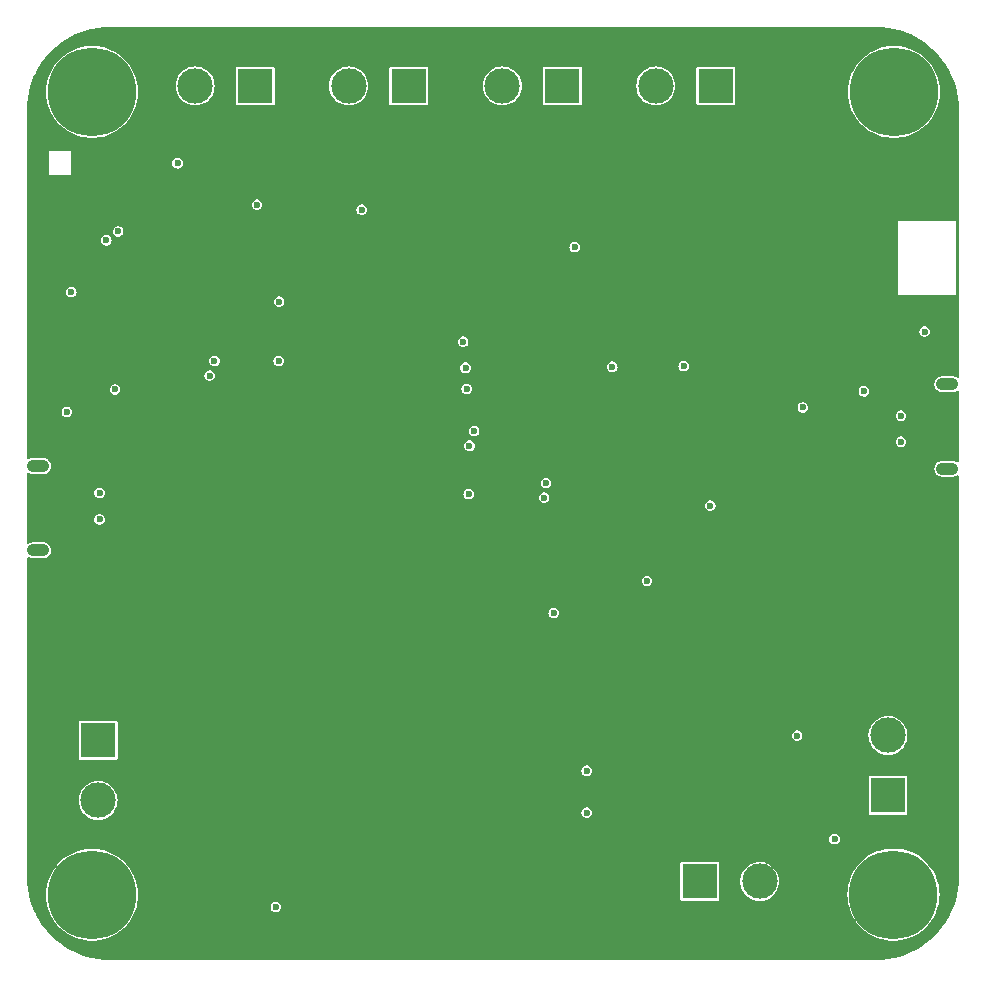
<source format=gbr>
%TF.GenerationSoftware,KiCad,Pcbnew,8.0.3*%
%TF.CreationDate,2025-02-14T19:05:39+05:30*%
%TF.ProjectId,Cyclohexane,4379636c-6f68-4657-9861-6e652e6b6963,rev?*%
%TF.SameCoordinates,Original*%
%TF.FileFunction,Copper,L3,Inr*%
%TF.FilePolarity,Positive*%
%FSLAX46Y46*%
G04 Gerber Fmt 4.6, Leading zero omitted, Abs format (unit mm)*
G04 Created by KiCad (PCBNEW 8.0.3) date 2025-02-14 19:05:39*
%MOMM*%
%LPD*%
G01*
G04 APERTURE LIST*
%TA.AperFunction,ComponentPad*%
%ADD10O,1.900000X1.050000*%
%TD*%
%TA.AperFunction,ComponentPad*%
%ADD11C,7.500000*%
%TD*%
%TA.AperFunction,ComponentPad*%
%ADD12R,3.000000X3.000000*%
%TD*%
%TA.AperFunction,ComponentPad*%
%ADD13C,3.000000*%
%TD*%
%TA.AperFunction,ViaPad*%
%ADD14C,0.600000*%
%TD*%
G04 APERTURE END LIST*
D10*
%TO.N,GND*%
%TO.C,J7*%
X182100000Y-74400000D03*
X182100000Y-67250000D03*
%TD*%
D11*
%TO.N,GND*%
%TO.C,H2*%
X177569592Y-42510408D03*
%TD*%
D12*
%TO.N,GND*%
%TO.C,J11*%
X110200000Y-97410000D03*
D13*
%TO.N,5Vout_Cam*%
X110200000Y-102490000D03*
%TD*%
D12*
%TO.N,GND*%
%TO.C,J8*%
X177075000Y-102065000D03*
D13*
%TO.N,Servo_PWM*%
X177075000Y-96985000D03*
%TD*%
D11*
%TO.N,GND*%
%TO.C,H4*%
X177539592Y-110464592D03*
%TD*%
D12*
%TO.N,GND*%
%TO.C,J6*%
X162500000Y-42000000D03*
D13*
%TO.N,3.7Vin*%
X157420000Y-42000000D03*
%TD*%
D10*
%TO.N,GND*%
%TO.C,J1*%
X105130000Y-74175000D03*
X105130000Y-81325000D03*
%TD*%
D11*
%TO.N,GND*%
%TO.C,H1*%
X109690408Y-42510408D03*
%TD*%
%TO.N,GND*%
%TO.C,H3*%
X109690408Y-110489592D03*
%TD*%
D12*
%TO.N,Net-(D3-K)*%
%TO.C,J4*%
X123500000Y-42000000D03*
D13*
%TO.N,Net-(J4-Pin_2)*%
X118420000Y-42000000D03*
%TD*%
D12*
%TO.N,Net-(J3-Pin_1)*%
%TO.C,J3*%
X136500000Y-42000000D03*
D13*
%TO.N,GND*%
X131420000Y-42000000D03*
%TD*%
D12*
%TO.N,GND*%
%TO.C,J9*%
X161135000Y-109350000D03*
D13*
%TO.N,7.4Vin_Cam*%
X166215000Y-109350000D03*
%TD*%
D12*
%TO.N,Net-(D4-K)*%
%TO.C,J5*%
X149500000Y-42000000D03*
D13*
%TO.N,Net-(J5-Pin_2)*%
X144420000Y-42000000D03*
%TD*%
D14*
%TO.N,3.3V_OUT*%
X140375000Y-58225000D03*
X156450000Y-62075000D03*
X140620000Y-83140000D03*
X107875000Y-67200000D03*
X166050000Y-51700000D03*
X123225000Y-62725000D03*
X113850000Y-71700000D03*
X134550000Y-86000000D03*
X115400000Y-93350000D03*
X105175000Y-88425000D03*
X123175000Y-93350000D03*
X146475000Y-80175000D03*
%TO.N,GND*%
X148775000Y-86625000D03*
X116925000Y-48550000D03*
X125250000Y-111500000D03*
X141575000Y-76550000D03*
X172550000Y-105775000D03*
X107550000Y-69600000D03*
X162025000Y-77525000D03*
X150550000Y-55650000D03*
%TO.N,5V_USB*%
X110325000Y-78700000D03*
X110325000Y-76450000D03*
%TO.N,TX_GPS*%
X169870000Y-69220000D03*
X141410000Y-67650000D03*
%TO.N,RX_GPS*%
X141310000Y-65860000D03*
X175040000Y-67850000D03*
%TO.N,GPS_STDB*%
X180180000Y-62800000D03*
X141100000Y-63650000D03*
%TO.N,DRG*%
X125520000Y-60260000D03*
X125490000Y-65270000D03*
%TO.N,RYLR_TX*%
X120050000Y-65275000D03*
X111895000Y-54315000D03*
%TO.N,RYLR_RX*%
X110895000Y-55065000D03*
X119650000Y-66525000D03*
%TO.N,Net-(U9-PH3)*%
X111630000Y-67695000D03*
X107920000Y-59465000D03*
%TO.N,5V_USB2*%
X178175000Y-72125000D03*
X178175000Y-69925000D03*
%TO.N,Servo_PWM*%
X169375000Y-97000000D03*
X156670000Y-83900000D03*
%TO.N,Pitot_1*%
X151575000Y-103525000D03*
X151575000Y-99975000D03*
%TO.N,RST*%
X132525000Y-52475000D03*
X123650000Y-52050000D03*
%TO.N,RST_1*%
X153725000Y-65775000D03*
X159775000Y-65725000D03*
%TO.N,S3_COMMS_SDA*%
X148120000Y-75630000D03*
X142040000Y-71220000D03*
%TO.N,S3_COMMS_SCL*%
X141640000Y-72460000D03*
X147960000Y-76850000D03*
%TD*%
%TA.AperFunction,Conductor*%
%TO.N,3.3V_OUT*%
G36*
X176082239Y-37000579D02*
G01*
X176574858Y-37018173D01*
X176583804Y-37018814D01*
X177071678Y-37071266D01*
X177080540Y-37072540D01*
X177563425Y-37159662D01*
X177572212Y-37161574D01*
X178047626Y-37282916D01*
X178056255Y-37285450D01*
X178521803Y-37440398D01*
X178530219Y-37443536D01*
X178983551Y-37631313D01*
X178991718Y-37635044D01*
X179430474Y-37854669D01*
X179438368Y-37858979D01*
X179860344Y-38109349D01*
X179867907Y-38114209D01*
X180270958Y-38394053D01*
X180278140Y-38399429D01*
X180660189Y-38707303D01*
X180666984Y-38713190D01*
X180817052Y-38852909D01*
X181026100Y-39047539D01*
X181032458Y-39053897D01*
X181366806Y-39413012D01*
X181372694Y-39419808D01*
X181377807Y-39426153D01*
X181680563Y-39801850D01*
X181685950Y-39809046D01*
X181860402Y-40060305D01*
X181965787Y-40212088D01*
X181970650Y-40219655D01*
X182221020Y-40641631D01*
X182225330Y-40649525D01*
X182444952Y-41088274D01*
X182448689Y-41096456D01*
X182636458Y-41549768D01*
X182639601Y-41558196D01*
X182794549Y-42023744D01*
X182797083Y-42032373D01*
X182918425Y-42507787D01*
X182920337Y-42516576D01*
X183007456Y-42999439D01*
X183008736Y-43008342D01*
X183061184Y-43496182D01*
X183061826Y-43505154D01*
X183079420Y-43997760D01*
X183079500Y-44002257D01*
X183079500Y-66578637D01*
X183059498Y-66646758D01*
X183005842Y-66693251D01*
X182935568Y-66703355D01*
X182883498Y-66683402D01*
X182842497Y-66656006D01*
X182720516Y-66605480D01*
X182720513Y-66605479D01*
X182591017Y-66579720D01*
X181608983Y-66579720D01*
X181544235Y-66592599D01*
X181479486Y-66605479D01*
X181479483Y-66605480D01*
X181357503Y-66656006D01*
X181247722Y-66729359D01*
X181247716Y-66729364D01*
X181154364Y-66822716D01*
X181154359Y-66822722D01*
X181081006Y-66932503D01*
X181030480Y-67054483D01*
X181030479Y-67054486D01*
X181030479Y-67054487D01*
X181004720Y-67183983D01*
X181004720Y-67316017D01*
X181030479Y-67445513D01*
X181081006Y-67567497D01*
X181081514Y-67568257D01*
X181154359Y-67677277D01*
X181154364Y-67677283D01*
X181247716Y-67770635D01*
X181247722Y-67770640D01*
X181357503Y-67843994D01*
X181479487Y-67894521D01*
X181608983Y-67920280D01*
X181608988Y-67920280D01*
X182591012Y-67920280D01*
X182591017Y-67920280D01*
X182720513Y-67894521D01*
X182842497Y-67843994D01*
X182883498Y-67816597D01*
X182951249Y-67795382D01*
X183019716Y-67814164D01*
X183067160Y-67866981D01*
X183079500Y-67921362D01*
X183079500Y-73728637D01*
X183059498Y-73796758D01*
X183005842Y-73843251D01*
X182935568Y-73853355D01*
X182883498Y-73833402D01*
X182842497Y-73806006D01*
X182720516Y-73755480D01*
X182720513Y-73755479D01*
X182710554Y-73753498D01*
X182591017Y-73729720D01*
X181608983Y-73729720D01*
X181544235Y-73742599D01*
X181479486Y-73755479D01*
X181479483Y-73755480D01*
X181357503Y-73806006D01*
X181247722Y-73879359D01*
X181247716Y-73879364D01*
X181154364Y-73972716D01*
X181154359Y-73972722D01*
X181081006Y-74082503D01*
X181030480Y-74204483D01*
X181030479Y-74204486D01*
X181017599Y-74269235D01*
X181004720Y-74333983D01*
X181004720Y-74466017D01*
X181030479Y-74595513D01*
X181081006Y-74717497D01*
X181115415Y-74768993D01*
X181154359Y-74827277D01*
X181154364Y-74827283D01*
X181247716Y-74920635D01*
X181247722Y-74920640D01*
X181357503Y-74993994D01*
X181479487Y-75044521D01*
X181608983Y-75070280D01*
X181608988Y-75070280D01*
X182591012Y-75070280D01*
X182591017Y-75070280D01*
X182720513Y-75044521D01*
X182842497Y-74993994D01*
X182883498Y-74966597D01*
X182951249Y-74945382D01*
X183019716Y-74964164D01*
X183067160Y-75016981D01*
X183079500Y-75071362D01*
X183079500Y-108997742D01*
X183079420Y-109002239D01*
X183061826Y-109494845D01*
X183061184Y-109503817D01*
X183008736Y-109991657D01*
X183007456Y-110000560D01*
X182920337Y-110483423D01*
X182918425Y-110492212D01*
X182797083Y-110967626D01*
X182794549Y-110976255D01*
X182639601Y-111441803D01*
X182636458Y-111450231D01*
X182448689Y-111903543D01*
X182444952Y-111911725D01*
X182225330Y-112350474D01*
X182221020Y-112358368D01*
X181970650Y-112780344D01*
X181965787Y-112787911D01*
X181685953Y-113190949D01*
X181680563Y-113198149D01*
X181372696Y-113580189D01*
X181366806Y-113586987D01*
X181032460Y-113946100D01*
X181026100Y-113952460D01*
X180666987Y-114286806D01*
X180660189Y-114292696D01*
X180278149Y-114600563D01*
X180270949Y-114605953D01*
X179867911Y-114885787D01*
X179860344Y-114890650D01*
X179438368Y-115141020D01*
X179430474Y-115145330D01*
X178991725Y-115364952D01*
X178983543Y-115368689D01*
X178530231Y-115556458D01*
X178521803Y-115559601D01*
X178056255Y-115714549D01*
X178047626Y-115717083D01*
X177572212Y-115838425D01*
X177563423Y-115840337D01*
X177080560Y-115927456D01*
X177071657Y-115928736D01*
X176583817Y-115981184D01*
X176574845Y-115981826D01*
X176082240Y-115999420D01*
X176077743Y-115999500D01*
X111182257Y-115999500D01*
X111177760Y-115999420D01*
X110685154Y-115981826D01*
X110676182Y-115981184D01*
X110188342Y-115928736D01*
X110179439Y-115927456D01*
X109696576Y-115840337D01*
X109687787Y-115838425D01*
X109212373Y-115717083D01*
X109203744Y-115714549D01*
X108738196Y-115559601D01*
X108729768Y-115556458D01*
X108276456Y-115368689D01*
X108268274Y-115364952D01*
X107829525Y-115145330D01*
X107821631Y-115141020D01*
X107399655Y-114890650D01*
X107392088Y-114885787D01*
X106989050Y-114605953D01*
X106981850Y-114600563D01*
X106683170Y-114359872D01*
X106599808Y-114292694D01*
X106593012Y-114286806D01*
X106442951Y-114147094D01*
X106233897Y-113952458D01*
X106227539Y-113946100D01*
X106125975Y-113837013D01*
X105893190Y-113586984D01*
X105887303Y-113580189D01*
X105579429Y-113198140D01*
X105574053Y-113190958D01*
X105294209Y-112787907D01*
X105289349Y-112780344D01*
X105086278Y-112438087D01*
X105038976Y-112358363D01*
X105034669Y-112350474D01*
X104815044Y-111911718D01*
X104811310Y-111903543D01*
X104784982Y-111839981D01*
X104623536Y-111450219D01*
X104620398Y-111441803D01*
X104465450Y-110976255D01*
X104462916Y-110967626D01*
X104341574Y-110492212D01*
X104341003Y-110489586D01*
X105790122Y-110489586D01*
X105790122Y-110489597D01*
X105810131Y-110884165D01*
X105810133Y-110884184D01*
X105869958Y-111274701D01*
X105869960Y-111274710D01*
X105968993Y-111657198D01*
X106106212Y-112027699D01*
X106220674Y-112261044D01*
X106280206Y-112382408D01*
X106489196Y-112717701D01*
X106731034Y-113030131D01*
X106731038Y-113030135D01*
X106731040Y-113030138D01*
X106890747Y-113198149D01*
X107003240Y-113316491D01*
X107303020Y-113573844D01*
X107627297Y-113799547D01*
X107972745Y-113991286D01*
X107972759Y-113991292D01*
X108335807Y-114147090D01*
X108335813Y-114147091D01*
X108335818Y-114147094D01*
X108712791Y-114265370D01*
X109099796Y-114344901D01*
X109492862Y-114384872D01*
X109492863Y-114384872D01*
X109887953Y-114384872D01*
X109887954Y-114384872D01*
X110281020Y-114344901D01*
X110668025Y-114265370D01*
X111044998Y-114147094D01*
X111045005Y-114147090D01*
X111045008Y-114147090D01*
X111190227Y-114084770D01*
X111408071Y-113991286D01*
X111753519Y-113799547D01*
X112077796Y-113573844D01*
X112377576Y-113316491D01*
X112649782Y-113030131D01*
X112891620Y-112717701D01*
X113100610Y-112382408D01*
X113274606Y-112027693D01*
X113411824Y-111657194D01*
X113452524Y-111500000D01*
X124800141Y-111500000D01*
X124818363Y-111626742D01*
X124871553Y-111743209D01*
X124871555Y-111743212D01*
X124955406Y-111839982D01*
X125009263Y-111874593D01*
X125063122Y-111909206D01*
X125156856Y-111936729D01*
X125185974Y-111945279D01*
X125185975Y-111945279D01*
X125185978Y-111945280D01*
X125185981Y-111945280D01*
X125314019Y-111945280D01*
X125314022Y-111945280D01*
X125436878Y-111909206D01*
X125544595Y-111839981D01*
X125628445Y-111743212D01*
X125681637Y-111626740D01*
X125699859Y-111500000D01*
X125681637Y-111373260D01*
X125628445Y-111256788D01*
X125544595Y-111160019D01*
X125544594Y-111160018D01*
X125544593Y-111160017D01*
X125436878Y-111090794D01*
X125314025Y-111054720D01*
X125314022Y-111054720D01*
X125185978Y-111054720D01*
X125185974Y-111054720D01*
X125063121Y-111090794D01*
X124955406Y-111160017D01*
X124871555Y-111256787D01*
X124871553Y-111256790D01*
X124818363Y-111373257D01*
X124800141Y-111500000D01*
X113452524Y-111500000D01*
X113510855Y-111274714D01*
X113528426Y-111160017D01*
X113570682Y-110884184D01*
X113570684Y-110884165D01*
X113590694Y-110489597D01*
X113590694Y-110489586D01*
X113570684Y-110095018D01*
X113570682Y-110094999D01*
X113510857Y-109704482D01*
X113510855Y-109704473D01*
X113510855Y-109704470D01*
X113411824Y-109321990D01*
X113274606Y-108951491D01*
X113266079Y-108934108D01*
X113219921Y-108840008D01*
X113100610Y-108596776D01*
X112891620Y-108261483D01*
X112649782Y-107949053D01*
X112649776Y-107949047D01*
X112649775Y-107949045D01*
X112542022Y-107835689D01*
X159489720Y-107835689D01*
X159489720Y-110864310D01*
X159498149Y-110906685D01*
X159530258Y-110954741D01*
X159556069Y-110971987D01*
X159578315Y-110986851D01*
X159620692Y-110995280D01*
X159620693Y-110995280D01*
X162649307Y-110995280D01*
X162649308Y-110995280D01*
X162691685Y-110986851D01*
X162739741Y-110954741D01*
X162771851Y-110906685D01*
X162780280Y-110864308D01*
X162780280Y-109350000D01*
X164564632Y-109350000D01*
X164584951Y-109608174D01*
X164604050Y-109687728D01*
X164645406Y-109859990D01*
X164742758Y-110095018D01*
X164744511Y-110099251D01*
X164879824Y-110320062D01*
X165048014Y-110516986D01*
X165244938Y-110685176D01*
X165465749Y-110820489D01*
X165705008Y-110919593D01*
X165956826Y-110980049D01*
X166215000Y-111000368D01*
X166473174Y-110980049D01*
X166724992Y-110919593D01*
X166964251Y-110820489D01*
X167185062Y-110685176D01*
X167381986Y-110516986D01*
X167426740Y-110464586D01*
X173639306Y-110464586D01*
X173639306Y-110464597D01*
X173659315Y-110859165D01*
X173659317Y-110859184D01*
X173719142Y-111249701D01*
X173719144Y-111249710D01*
X173818177Y-111632198D01*
X173955396Y-112002699D01*
X174069858Y-112236044D01*
X174127965Y-112354503D01*
X174129390Y-112357407D01*
X174129390Y-112357408D01*
X174338378Y-112692697D01*
X174338382Y-112692704D01*
X174388709Y-112757720D01*
X174580218Y-113005131D01*
X174580222Y-113005135D01*
X174580224Y-113005138D01*
X174816684Y-113253893D01*
X174852424Y-113291491D01*
X175152204Y-113548844D01*
X175476481Y-113774547D01*
X175821929Y-113966286D01*
X175821943Y-113966292D01*
X176184991Y-114122090D01*
X176184997Y-114122091D01*
X176185002Y-114122094D01*
X176561975Y-114240370D01*
X176948980Y-114319901D01*
X177342046Y-114359872D01*
X177342047Y-114359872D01*
X177737137Y-114359872D01*
X177737138Y-114359872D01*
X178130204Y-114319901D01*
X178517209Y-114240370D01*
X178894182Y-114122094D01*
X178894189Y-114122090D01*
X178894192Y-114122090D01*
X179039411Y-114059770D01*
X179257255Y-113966286D01*
X179602703Y-113774547D01*
X179926980Y-113548844D01*
X180226760Y-113291491D01*
X180498966Y-113005131D01*
X180740804Y-112692701D01*
X180949794Y-112357408D01*
X181123790Y-112002693D01*
X181261008Y-111632194D01*
X181360039Y-111249714D01*
X181419867Y-110859177D01*
X181428692Y-110685176D01*
X181439878Y-110464597D01*
X181439878Y-110464586D01*
X181419868Y-110070018D01*
X181419866Y-110069999D01*
X181360041Y-109679482D01*
X181360039Y-109679473D01*
X181360039Y-109679470D01*
X181261008Y-109296990D01*
X181123790Y-108926491D01*
X180949794Y-108571776D01*
X180740804Y-108236483D01*
X180498966Y-107924053D01*
X180498960Y-107924047D01*
X180498959Y-107924045D01*
X180226757Y-107637690D01*
X179956098Y-107405337D01*
X179926980Y-107380340D01*
X179602703Y-107154637D01*
X179257255Y-106962898D01*
X179257247Y-106962894D01*
X179257240Y-106962891D01*
X178894192Y-106807093D01*
X178843366Y-106791146D01*
X178517209Y-106688814D01*
X178311561Y-106646552D01*
X178130205Y-106609283D01*
X177737139Y-106569312D01*
X177737138Y-106569312D01*
X177342046Y-106569312D01*
X177342044Y-106569312D01*
X176948978Y-106609283D01*
X176586265Y-106683822D01*
X176561975Y-106688814D01*
X176351774Y-106754764D01*
X176184991Y-106807093D01*
X175821943Y-106962891D01*
X175821927Y-106962899D01*
X175476480Y-107154637D01*
X175152207Y-107380337D01*
X174852426Y-107637690D01*
X174580224Y-107924045D01*
X174580220Y-107924050D01*
X174580218Y-107924053D01*
X174560867Y-107949053D01*
X174338382Y-108236479D01*
X174338378Y-108236486D01*
X174129390Y-108571775D01*
X174129390Y-108571776D01*
X173955396Y-108926484D01*
X173818177Y-109296985D01*
X173719144Y-109679473D01*
X173719142Y-109679482D01*
X173659317Y-110069999D01*
X173659315Y-110070018D01*
X173639306Y-110464586D01*
X167426740Y-110464586D01*
X167550176Y-110320062D01*
X167685489Y-110099251D01*
X167784593Y-109859992D01*
X167845049Y-109608174D01*
X167865368Y-109350000D01*
X167845049Y-109091826D01*
X167784593Y-108840008D01*
X167685489Y-108600749D01*
X167550176Y-108379938D01*
X167381986Y-108183014D01*
X167185062Y-108014824D01*
X166964251Y-107879511D01*
X166858463Y-107835692D01*
X166724990Y-107780406D01*
X166552728Y-107739050D01*
X166473174Y-107719951D01*
X166215000Y-107699632D01*
X165956826Y-107719951D01*
X165705009Y-107780406D01*
X165465750Y-107879510D01*
X165244939Y-108014823D01*
X165048014Y-108183014D01*
X164879823Y-108379939D01*
X164744510Y-108600750D01*
X164645406Y-108840009D01*
X164606996Y-109000000D01*
X164584951Y-109091826D01*
X164564632Y-109350000D01*
X162780280Y-109350000D01*
X162780280Y-107835692D01*
X162771851Y-107793315D01*
X162761195Y-107777368D01*
X162739741Y-107745258D01*
X162691685Y-107713149D01*
X162649310Y-107704720D01*
X162649308Y-107704720D01*
X159620692Y-107704720D01*
X159620689Y-107704720D01*
X159578314Y-107713149D01*
X159530258Y-107745258D01*
X159498149Y-107793314D01*
X159489720Y-107835689D01*
X112542022Y-107835689D01*
X112377573Y-107662690D01*
X112229308Y-107535409D01*
X112077796Y-107405340D01*
X112041877Y-107380340D01*
X111753519Y-107179637D01*
X111408071Y-106987898D01*
X111408063Y-106987894D01*
X111408056Y-106987891D01*
X111045008Y-106832093D01*
X110965317Y-106807090D01*
X110668025Y-106713814D01*
X110462377Y-106671552D01*
X110281021Y-106634283D01*
X109887955Y-106594312D01*
X109887954Y-106594312D01*
X109492862Y-106594312D01*
X109492860Y-106594312D01*
X109099794Y-106634283D01*
X108834448Y-106688813D01*
X108712791Y-106713814D01*
X108502590Y-106779764D01*
X108335807Y-106832093D01*
X107972759Y-106987891D01*
X107972743Y-106987899D01*
X107627296Y-107179637D01*
X107303023Y-107405337D01*
X107003242Y-107662690D01*
X106731040Y-107949045D01*
X106731036Y-107949050D01*
X106731034Y-107949053D01*
X106680124Y-108014824D01*
X106489198Y-108261479D01*
X106489194Y-108261486D01*
X106280206Y-108596775D01*
X106280206Y-108596776D01*
X106106212Y-108951484D01*
X105968993Y-109321985D01*
X105869960Y-109704473D01*
X105869958Y-109704482D01*
X105810133Y-110094999D01*
X105810131Y-110095018D01*
X105790122Y-110489586D01*
X104341003Y-110489586D01*
X104339662Y-110483423D01*
X104252540Y-110000540D01*
X104251266Y-109991678D01*
X104198814Y-109503804D01*
X104198173Y-109494845D01*
X104191999Y-109321985D01*
X104180580Y-109002239D01*
X104180500Y-108997742D01*
X104180500Y-105775000D01*
X172100141Y-105775000D01*
X172118363Y-105901742D01*
X172171553Y-106018209D01*
X172171555Y-106018212D01*
X172255406Y-106114982D01*
X172309263Y-106149593D01*
X172363122Y-106184206D01*
X172461635Y-106213132D01*
X172485974Y-106220279D01*
X172485975Y-106220279D01*
X172485978Y-106220280D01*
X172485981Y-106220280D01*
X172614019Y-106220280D01*
X172614022Y-106220280D01*
X172736878Y-106184206D01*
X172844595Y-106114981D01*
X172928445Y-106018212D01*
X172981637Y-105901740D01*
X172999859Y-105775000D01*
X172981637Y-105648260D01*
X172928445Y-105531788D01*
X172844595Y-105435019D01*
X172844594Y-105435018D01*
X172844593Y-105435017D01*
X172736878Y-105365794D01*
X172614025Y-105329720D01*
X172614022Y-105329720D01*
X172485978Y-105329720D01*
X172485974Y-105329720D01*
X172363121Y-105365794D01*
X172255406Y-105435017D01*
X172171555Y-105531787D01*
X172171553Y-105531790D01*
X172118363Y-105648257D01*
X172100141Y-105775000D01*
X104180500Y-105775000D01*
X104180500Y-102490000D01*
X108549632Y-102490000D01*
X108569951Y-102748173D01*
X108630406Y-102999990D01*
X108707047Y-103185017D01*
X108729511Y-103239251D01*
X108864824Y-103460062D01*
X109033014Y-103656986D01*
X109229938Y-103825176D01*
X109450749Y-103960489D01*
X109690008Y-104059593D01*
X109941826Y-104120049D01*
X110200000Y-104140368D01*
X110458174Y-104120049D01*
X110709992Y-104059593D01*
X110949251Y-103960489D01*
X111170062Y-103825176D01*
X111366986Y-103656986D01*
X111479713Y-103525000D01*
X151125141Y-103525000D01*
X151143363Y-103651742D01*
X151196553Y-103768209D01*
X151196555Y-103768212D01*
X151280406Y-103864982D01*
X151334263Y-103899593D01*
X151388122Y-103934206D01*
X151477633Y-103960489D01*
X151510974Y-103970279D01*
X151510975Y-103970279D01*
X151510978Y-103970280D01*
X151510981Y-103970280D01*
X151639019Y-103970280D01*
X151639022Y-103970280D01*
X151761878Y-103934206D01*
X151869595Y-103864981D01*
X151953445Y-103768212D01*
X152006637Y-103651740D01*
X152024859Y-103525000D01*
X152006637Y-103398260D01*
X151953445Y-103281788D01*
X151869595Y-103185019D01*
X151869594Y-103185018D01*
X151869593Y-103185017D01*
X151761878Y-103115794D01*
X151639025Y-103079720D01*
X151639022Y-103079720D01*
X151510978Y-103079720D01*
X151510974Y-103079720D01*
X151388121Y-103115794D01*
X151280406Y-103185017D01*
X151196555Y-103281787D01*
X151196553Y-103281790D01*
X151143363Y-103398257D01*
X151125141Y-103525000D01*
X111479713Y-103525000D01*
X111535176Y-103460062D01*
X111670489Y-103239251D01*
X111769593Y-102999992D01*
X111830049Y-102748174D01*
X111850368Y-102490000D01*
X111830049Y-102231826D01*
X111769593Y-101980008D01*
X111670489Y-101740749D01*
X111535176Y-101519938D01*
X111366986Y-101323014D01*
X111170062Y-101154824D01*
X110949251Y-101019511D01*
X110709992Y-100920407D01*
X110709990Y-100920406D01*
X110537728Y-100879050D01*
X110458174Y-100859951D01*
X110200000Y-100839632D01*
X109941826Y-100859951D01*
X109690009Y-100920406D01*
X109450750Y-101019510D01*
X109229939Y-101154823D01*
X109033014Y-101323014D01*
X108864823Y-101519939D01*
X108729510Y-101740750D01*
X108630406Y-101980009D01*
X108569951Y-102231826D01*
X108549632Y-102490000D01*
X104180500Y-102490000D01*
X104180500Y-100550689D01*
X175429720Y-100550689D01*
X175429720Y-103579310D01*
X175438149Y-103621685D01*
X175470258Y-103669741D01*
X175502368Y-103691195D01*
X175518315Y-103701851D01*
X175560692Y-103710280D01*
X175560693Y-103710280D01*
X178589307Y-103710280D01*
X178589308Y-103710280D01*
X178631685Y-103701851D01*
X178679741Y-103669741D01*
X178711851Y-103621685D01*
X178720280Y-103579308D01*
X178720280Y-100550692D01*
X178711851Y-100508315D01*
X178701195Y-100492368D01*
X178679741Y-100460258D01*
X178631685Y-100428149D01*
X178589310Y-100419720D01*
X178589308Y-100419720D01*
X175560692Y-100419720D01*
X175560689Y-100419720D01*
X175518314Y-100428149D01*
X175470258Y-100460258D01*
X175438149Y-100508314D01*
X175429720Y-100550689D01*
X104180500Y-100550689D01*
X104180500Y-99975000D01*
X151125141Y-99975000D01*
X151143363Y-100101742D01*
X151196553Y-100218209D01*
X151196555Y-100218212D01*
X151280406Y-100314982D01*
X151334263Y-100349593D01*
X151388122Y-100384206D01*
X151486635Y-100413132D01*
X151510974Y-100420279D01*
X151510975Y-100420279D01*
X151510978Y-100420280D01*
X151510981Y-100420280D01*
X151639019Y-100420280D01*
X151639022Y-100420280D01*
X151761878Y-100384206D01*
X151869595Y-100314981D01*
X151953445Y-100218212D01*
X152006637Y-100101740D01*
X152024859Y-99975000D01*
X152006637Y-99848260D01*
X151953445Y-99731788D01*
X151869595Y-99635019D01*
X151869594Y-99635018D01*
X151869593Y-99635017D01*
X151761878Y-99565794D01*
X151639025Y-99529720D01*
X151639022Y-99529720D01*
X151510978Y-99529720D01*
X151510974Y-99529720D01*
X151388121Y-99565794D01*
X151280406Y-99635017D01*
X151196555Y-99731787D01*
X151196553Y-99731790D01*
X151143363Y-99848257D01*
X151125141Y-99975000D01*
X104180500Y-99975000D01*
X104180500Y-95895689D01*
X108554720Y-95895689D01*
X108554720Y-98924310D01*
X108563149Y-98966685D01*
X108595258Y-99014741D01*
X108627368Y-99036195D01*
X108643315Y-99046851D01*
X108685692Y-99055280D01*
X108685693Y-99055280D01*
X111714307Y-99055280D01*
X111714308Y-99055280D01*
X111756685Y-99046851D01*
X111804741Y-99014741D01*
X111836851Y-98966685D01*
X111845280Y-98924308D01*
X111845280Y-97000000D01*
X168925141Y-97000000D01*
X168943363Y-97126742D01*
X168996553Y-97243209D01*
X168996555Y-97243212D01*
X169080406Y-97339982D01*
X169134263Y-97374593D01*
X169188122Y-97409206D01*
X169286635Y-97438132D01*
X169310974Y-97445279D01*
X169310975Y-97445279D01*
X169310978Y-97445280D01*
X169310981Y-97445280D01*
X169439019Y-97445280D01*
X169439022Y-97445280D01*
X169561878Y-97409206D01*
X169669595Y-97339981D01*
X169753445Y-97243212D01*
X169806637Y-97126740D01*
X169824859Y-97000000D01*
X169822702Y-96985000D01*
X175424632Y-96985000D01*
X175444951Y-97243174D01*
X175444960Y-97243212D01*
X175505406Y-97494990D01*
X175505407Y-97494992D01*
X175604511Y-97734251D01*
X175739824Y-97955062D01*
X175908014Y-98151986D01*
X176104938Y-98320176D01*
X176325749Y-98455489D01*
X176565008Y-98554593D01*
X176816826Y-98615049D01*
X177075000Y-98635368D01*
X177333174Y-98615049D01*
X177584992Y-98554593D01*
X177824251Y-98455489D01*
X178045062Y-98320176D01*
X178241986Y-98151986D01*
X178410176Y-97955062D01*
X178545489Y-97734251D01*
X178644593Y-97494992D01*
X178705049Y-97243174D01*
X178725368Y-96985000D01*
X178705049Y-96726826D01*
X178644593Y-96475008D01*
X178545489Y-96235749D01*
X178410176Y-96014938D01*
X178241986Y-95818014D01*
X178045062Y-95649824D01*
X177824251Y-95514511D01*
X177584992Y-95415407D01*
X177584990Y-95415406D01*
X177412728Y-95374050D01*
X177333174Y-95354951D01*
X177075000Y-95334632D01*
X176816826Y-95354951D01*
X176565009Y-95415406D01*
X176325750Y-95514510D01*
X176104939Y-95649823D01*
X175908014Y-95818014D01*
X175739823Y-96014939D01*
X175604510Y-96235750D01*
X175505406Y-96475009D01*
X175477609Y-96590794D01*
X175444951Y-96726826D01*
X175424632Y-96985000D01*
X169822702Y-96985000D01*
X169806637Y-96873260D01*
X169753445Y-96756788D01*
X169669595Y-96660019D01*
X169669594Y-96660018D01*
X169669593Y-96660017D01*
X169561878Y-96590794D01*
X169439025Y-96554720D01*
X169439022Y-96554720D01*
X169310978Y-96554720D01*
X169310974Y-96554720D01*
X169188121Y-96590794D01*
X169080406Y-96660017D01*
X168996555Y-96756787D01*
X168996553Y-96756790D01*
X168943363Y-96873257D01*
X168925141Y-97000000D01*
X111845280Y-97000000D01*
X111845280Y-95895692D01*
X111836851Y-95853315D01*
X111813264Y-95818014D01*
X111804741Y-95805258D01*
X111756685Y-95773149D01*
X111714310Y-95764720D01*
X111714308Y-95764720D01*
X108685692Y-95764720D01*
X108685689Y-95764720D01*
X108643314Y-95773149D01*
X108595258Y-95805258D01*
X108563149Y-95853314D01*
X108554720Y-95895689D01*
X104180500Y-95895689D01*
X104180500Y-86625000D01*
X148325141Y-86625000D01*
X148343363Y-86751742D01*
X148396553Y-86868209D01*
X148396555Y-86868212D01*
X148480406Y-86964982D01*
X148534263Y-86999593D01*
X148588122Y-87034206D01*
X148686635Y-87063132D01*
X148710974Y-87070279D01*
X148710975Y-87070279D01*
X148710978Y-87070280D01*
X148710981Y-87070280D01*
X148839019Y-87070280D01*
X148839022Y-87070280D01*
X148961878Y-87034206D01*
X149069595Y-86964981D01*
X149153445Y-86868212D01*
X149206637Y-86751740D01*
X149224859Y-86625000D01*
X149206637Y-86498260D01*
X149153445Y-86381788D01*
X149069595Y-86285019D01*
X149069594Y-86285018D01*
X149069593Y-86285017D01*
X148961878Y-86215794D01*
X148839025Y-86179720D01*
X148839022Y-86179720D01*
X148710978Y-86179720D01*
X148710974Y-86179720D01*
X148588121Y-86215794D01*
X148480406Y-86285017D01*
X148396555Y-86381787D01*
X148396553Y-86381790D01*
X148343363Y-86498257D01*
X148325141Y-86625000D01*
X104180500Y-86625000D01*
X104180500Y-83900000D01*
X156220141Y-83900000D01*
X156238363Y-84026742D01*
X156291553Y-84143209D01*
X156291555Y-84143212D01*
X156375406Y-84239982D01*
X156429263Y-84274593D01*
X156483122Y-84309206D01*
X156581635Y-84338132D01*
X156605974Y-84345279D01*
X156605975Y-84345279D01*
X156605978Y-84345280D01*
X156605981Y-84345280D01*
X156734019Y-84345280D01*
X156734022Y-84345280D01*
X156856878Y-84309206D01*
X156964595Y-84239981D01*
X157048445Y-84143212D01*
X157101637Y-84026740D01*
X157119859Y-83900000D01*
X157101637Y-83773260D01*
X157048445Y-83656788D01*
X156964595Y-83560019D01*
X156964594Y-83560018D01*
X156964593Y-83560017D01*
X156856878Y-83490794D01*
X156734025Y-83454720D01*
X156734022Y-83454720D01*
X156605978Y-83454720D01*
X156605974Y-83454720D01*
X156483121Y-83490794D01*
X156375406Y-83560017D01*
X156291555Y-83656787D01*
X156291553Y-83656790D01*
X156238363Y-83773257D01*
X156220141Y-83900000D01*
X104180500Y-83900000D01*
X104180500Y-82016408D01*
X104200502Y-81948287D01*
X104254158Y-81901794D01*
X104324432Y-81891690D01*
X104376503Y-81911644D01*
X104387501Y-81918993D01*
X104387502Y-81918993D01*
X104387503Y-81918994D01*
X104509487Y-81969521D01*
X104638983Y-81995280D01*
X104638988Y-81995280D01*
X105621012Y-81995280D01*
X105621017Y-81995280D01*
X105750513Y-81969521D01*
X105872497Y-81918994D01*
X105982278Y-81845640D01*
X106075640Y-81752278D01*
X106148994Y-81642497D01*
X106199521Y-81520513D01*
X106225280Y-81391017D01*
X106225280Y-81258983D01*
X106199521Y-81129487D01*
X106148994Y-81007503D01*
X106075640Y-80897722D01*
X106075635Y-80897716D01*
X105982283Y-80804364D01*
X105982277Y-80804359D01*
X105915247Y-80759571D01*
X105872497Y-80731006D01*
X105768591Y-80687967D01*
X105750516Y-80680480D01*
X105750513Y-80680479D01*
X105621017Y-80654720D01*
X104638983Y-80654720D01*
X104574235Y-80667599D01*
X104509486Y-80680479D01*
X104509483Y-80680480D01*
X104387502Y-80731006D01*
X104387496Y-80731009D01*
X104376498Y-80738358D01*
X104308745Y-80759571D01*
X104240279Y-80740786D01*
X104192837Y-80687967D01*
X104180500Y-80633591D01*
X104180500Y-78700000D01*
X109875141Y-78700000D01*
X109893363Y-78826742D01*
X109946553Y-78943209D01*
X109946555Y-78943212D01*
X110030406Y-79039982D01*
X110084263Y-79074593D01*
X110138122Y-79109206D01*
X110236635Y-79138132D01*
X110260974Y-79145279D01*
X110260975Y-79145279D01*
X110260978Y-79145280D01*
X110260981Y-79145280D01*
X110389019Y-79145280D01*
X110389022Y-79145280D01*
X110511878Y-79109206D01*
X110619595Y-79039981D01*
X110703445Y-78943212D01*
X110756637Y-78826740D01*
X110774859Y-78700000D01*
X110756637Y-78573260D01*
X110703445Y-78456788D01*
X110619595Y-78360019D01*
X110619594Y-78360018D01*
X110619593Y-78360017D01*
X110511878Y-78290794D01*
X110389025Y-78254720D01*
X110389022Y-78254720D01*
X110260978Y-78254720D01*
X110260974Y-78254720D01*
X110138121Y-78290794D01*
X110030406Y-78360017D01*
X109946555Y-78456787D01*
X109946553Y-78456790D01*
X109893363Y-78573257D01*
X109875141Y-78700000D01*
X104180500Y-78700000D01*
X104180500Y-77525000D01*
X161575141Y-77525000D01*
X161593363Y-77651742D01*
X161646553Y-77768209D01*
X161646555Y-77768212D01*
X161730406Y-77864982D01*
X161784263Y-77899593D01*
X161838122Y-77934206D01*
X161936635Y-77963132D01*
X161960974Y-77970279D01*
X161960975Y-77970279D01*
X161960978Y-77970280D01*
X161960981Y-77970280D01*
X162089019Y-77970280D01*
X162089022Y-77970280D01*
X162211878Y-77934206D01*
X162319595Y-77864981D01*
X162403445Y-77768212D01*
X162456637Y-77651740D01*
X162474859Y-77525000D01*
X162456637Y-77398260D01*
X162403445Y-77281788D01*
X162319595Y-77185019D01*
X162319594Y-77185018D01*
X162319593Y-77185017D01*
X162211878Y-77115794D01*
X162089025Y-77079720D01*
X162089022Y-77079720D01*
X161960978Y-77079720D01*
X161960974Y-77079720D01*
X161838121Y-77115794D01*
X161730406Y-77185017D01*
X161646555Y-77281787D01*
X161646553Y-77281790D01*
X161593363Y-77398257D01*
X161575141Y-77525000D01*
X104180500Y-77525000D01*
X104180500Y-76450000D01*
X109875141Y-76450000D01*
X109893363Y-76576742D01*
X109946553Y-76693209D01*
X109946555Y-76693212D01*
X109972591Y-76723260D01*
X110030406Y-76789982D01*
X110084263Y-76824593D01*
X110138122Y-76859206D01*
X110236635Y-76888132D01*
X110260974Y-76895279D01*
X110260975Y-76895279D01*
X110260978Y-76895280D01*
X110260981Y-76895280D01*
X110389019Y-76895280D01*
X110389022Y-76895280D01*
X110511878Y-76859206D01*
X110619595Y-76789981D01*
X110703445Y-76693212D01*
X110756637Y-76576740D01*
X110760482Y-76550000D01*
X141125141Y-76550000D01*
X141143363Y-76676742D01*
X141196553Y-76793209D01*
X141196555Y-76793212D01*
X141280406Y-76889982D01*
X141288650Y-76895280D01*
X141388122Y-76959206D01*
X141486635Y-76988132D01*
X141510974Y-76995279D01*
X141510975Y-76995279D01*
X141510978Y-76995280D01*
X141510981Y-76995280D01*
X141639019Y-76995280D01*
X141639022Y-76995280D01*
X141761878Y-76959206D01*
X141869595Y-76889981D01*
X141904238Y-76850000D01*
X147510141Y-76850000D01*
X147528363Y-76976742D01*
X147581553Y-77093209D01*
X147581555Y-77093212D01*
X147661105Y-77185019D01*
X147665406Y-77189982D01*
X147719263Y-77224593D01*
X147773122Y-77259206D01*
X147850029Y-77281788D01*
X147895974Y-77295279D01*
X147895975Y-77295279D01*
X147895978Y-77295280D01*
X147895981Y-77295280D01*
X148024019Y-77295280D01*
X148024022Y-77295280D01*
X148146878Y-77259206D01*
X148254595Y-77189981D01*
X148338445Y-77093212D01*
X148391637Y-76976740D01*
X148409859Y-76850000D01*
X148391637Y-76723260D01*
X148377914Y-76693212D01*
X148338446Y-76606790D01*
X148338444Y-76606787D01*
X148312410Y-76576742D01*
X148254595Y-76510019D01*
X148254594Y-76510018D01*
X148254593Y-76510017D01*
X148146878Y-76440794D01*
X148024025Y-76404720D01*
X148024022Y-76404720D01*
X147895978Y-76404720D01*
X147895974Y-76404720D01*
X147773121Y-76440794D01*
X147665406Y-76510017D01*
X147581555Y-76606787D01*
X147581553Y-76606790D01*
X147528363Y-76723257D01*
X147510141Y-76850000D01*
X141904238Y-76850000D01*
X141953445Y-76793212D01*
X142006637Y-76676740D01*
X142024859Y-76550000D01*
X142006637Y-76423260D01*
X141953445Y-76306788D01*
X141869595Y-76210019D01*
X141869594Y-76210018D01*
X141869593Y-76210017D01*
X141761878Y-76140794D01*
X141639025Y-76104720D01*
X141639022Y-76104720D01*
X141510978Y-76104720D01*
X141510974Y-76104720D01*
X141388121Y-76140794D01*
X141280406Y-76210017D01*
X141196555Y-76306787D01*
X141196553Y-76306790D01*
X141143363Y-76423257D01*
X141125141Y-76550000D01*
X110760482Y-76550000D01*
X110774859Y-76450000D01*
X110756637Y-76323260D01*
X110749115Y-76306790D01*
X110703446Y-76206790D01*
X110703444Y-76206787D01*
X110619593Y-76110017D01*
X110511878Y-76040794D01*
X110389025Y-76004720D01*
X110389022Y-76004720D01*
X110260978Y-76004720D01*
X110260974Y-76004720D01*
X110138121Y-76040794D01*
X110030406Y-76110017D01*
X109946555Y-76206787D01*
X109946553Y-76206790D01*
X109893363Y-76323257D01*
X109875141Y-76450000D01*
X104180500Y-76450000D01*
X104180500Y-75630000D01*
X147670141Y-75630000D01*
X147688363Y-75756742D01*
X147741553Y-75873209D01*
X147741555Y-75873212D01*
X147825406Y-75969982D01*
X147879263Y-76004593D01*
X147933122Y-76039206D01*
X148031635Y-76068132D01*
X148055974Y-76075279D01*
X148055975Y-76075279D01*
X148055978Y-76075280D01*
X148055981Y-76075280D01*
X148184019Y-76075280D01*
X148184022Y-76075280D01*
X148306878Y-76039206D01*
X148414595Y-75969981D01*
X148498445Y-75873212D01*
X148551637Y-75756740D01*
X148569859Y-75630000D01*
X148551637Y-75503260D01*
X148498445Y-75386788D01*
X148414595Y-75290019D01*
X148414594Y-75290018D01*
X148414593Y-75290017D01*
X148306878Y-75220794D01*
X148184025Y-75184720D01*
X148184022Y-75184720D01*
X148055978Y-75184720D01*
X148055974Y-75184720D01*
X147933121Y-75220794D01*
X147825406Y-75290017D01*
X147741555Y-75386787D01*
X147741553Y-75386790D01*
X147688363Y-75503257D01*
X147670141Y-75630000D01*
X104180500Y-75630000D01*
X104180500Y-74866408D01*
X104200502Y-74798287D01*
X104254158Y-74751794D01*
X104324432Y-74741690D01*
X104376503Y-74761644D01*
X104387501Y-74768993D01*
X104387502Y-74768993D01*
X104387503Y-74768994D01*
X104509487Y-74819521D01*
X104638983Y-74845280D01*
X104638988Y-74845280D01*
X105621012Y-74845280D01*
X105621017Y-74845280D01*
X105750513Y-74819521D01*
X105872497Y-74768994D01*
X105982278Y-74695640D01*
X106075640Y-74602278D01*
X106148994Y-74492497D01*
X106199521Y-74370513D01*
X106225280Y-74241017D01*
X106225280Y-74108983D01*
X106199521Y-73979487D01*
X106148994Y-73857503D01*
X106075640Y-73747722D01*
X106075635Y-73747716D01*
X105982283Y-73654364D01*
X105982277Y-73654359D01*
X105915247Y-73609571D01*
X105872497Y-73581006D01*
X105768591Y-73537967D01*
X105750516Y-73530480D01*
X105750513Y-73530479D01*
X105621017Y-73504720D01*
X104638983Y-73504720D01*
X104574235Y-73517599D01*
X104509486Y-73530479D01*
X104509483Y-73530480D01*
X104387502Y-73581006D01*
X104387496Y-73581009D01*
X104376498Y-73588358D01*
X104308745Y-73609571D01*
X104240279Y-73590786D01*
X104192837Y-73537967D01*
X104180500Y-73483591D01*
X104180500Y-72460000D01*
X141190141Y-72460000D01*
X141208363Y-72586742D01*
X141261553Y-72703209D01*
X141261555Y-72703212D01*
X141345406Y-72799982D01*
X141399263Y-72834593D01*
X141453122Y-72869206D01*
X141551635Y-72898132D01*
X141575974Y-72905279D01*
X141575975Y-72905279D01*
X141575978Y-72905280D01*
X141575981Y-72905280D01*
X141704019Y-72905280D01*
X141704022Y-72905280D01*
X141826878Y-72869206D01*
X141934595Y-72799981D01*
X142018445Y-72703212D01*
X142071637Y-72586740D01*
X142089859Y-72460000D01*
X142071637Y-72333260D01*
X142034407Y-72251740D01*
X142018446Y-72216790D01*
X142018444Y-72216787D01*
X141938911Y-72125000D01*
X177725141Y-72125000D01*
X177743363Y-72251742D01*
X177796553Y-72368209D01*
X177796555Y-72368212D01*
X177880406Y-72464982D01*
X177934263Y-72499593D01*
X177988122Y-72534206D01*
X178086635Y-72563132D01*
X178110974Y-72570279D01*
X178110975Y-72570279D01*
X178110978Y-72570280D01*
X178110981Y-72570280D01*
X178239019Y-72570280D01*
X178239022Y-72570280D01*
X178361878Y-72534206D01*
X178469595Y-72464981D01*
X178553445Y-72368212D01*
X178606637Y-72251740D01*
X178624859Y-72125000D01*
X178606637Y-71998260D01*
X178553445Y-71881788D01*
X178469595Y-71785019D01*
X178469594Y-71785018D01*
X178469593Y-71785017D01*
X178361878Y-71715794D01*
X178239025Y-71679720D01*
X178239022Y-71679720D01*
X178110978Y-71679720D01*
X178110974Y-71679720D01*
X177988121Y-71715794D01*
X177880406Y-71785017D01*
X177796555Y-71881787D01*
X177796553Y-71881790D01*
X177743363Y-71998257D01*
X177725141Y-72125000D01*
X141938911Y-72125000D01*
X141934593Y-72120017D01*
X141826878Y-72050794D01*
X141704025Y-72014720D01*
X141704022Y-72014720D01*
X141575978Y-72014720D01*
X141575974Y-72014720D01*
X141453121Y-72050794D01*
X141345406Y-72120017D01*
X141261555Y-72216787D01*
X141261553Y-72216790D01*
X141208363Y-72333257D01*
X141190141Y-72460000D01*
X104180500Y-72460000D01*
X104180500Y-71220000D01*
X141590141Y-71220000D01*
X141608363Y-71346742D01*
X141661553Y-71463209D01*
X141661555Y-71463212D01*
X141745406Y-71559982D01*
X141799263Y-71594593D01*
X141853122Y-71629206D01*
X141951635Y-71658132D01*
X141975974Y-71665279D01*
X141975975Y-71665279D01*
X141975978Y-71665280D01*
X141975981Y-71665280D01*
X142104019Y-71665280D01*
X142104022Y-71665280D01*
X142226878Y-71629206D01*
X142334595Y-71559981D01*
X142418445Y-71463212D01*
X142471637Y-71346740D01*
X142489859Y-71220000D01*
X142471637Y-71093260D01*
X142418445Y-70976788D01*
X142334595Y-70880019D01*
X142334594Y-70880018D01*
X142334593Y-70880017D01*
X142226878Y-70810794D01*
X142104025Y-70774720D01*
X142104022Y-70774720D01*
X141975978Y-70774720D01*
X141975974Y-70774720D01*
X141853121Y-70810794D01*
X141745406Y-70880017D01*
X141661555Y-70976787D01*
X141661553Y-70976790D01*
X141608363Y-71093257D01*
X141590141Y-71220000D01*
X104180500Y-71220000D01*
X104180500Y-69600000D01*
X107100141Y-69600000D01*
X107118363Y-69726742D01*
X107171553Y-69843209D01*
X107171555Y-69843212D01*
X107255406Y-69939982D01*
X107309263Y-69974593D01*
X107363122Y-70009206D01*
X107461635Y-70038132D01*
X107485974Y-70045279D01*
X107485975Y-70045279D01*
X107485978Y-70045280D01*
X107485981Y-70045280D01*
X107614019Y-70045280D01*
X107614022Y-70045280D01*
X107736878Y-70009206D01*
X107844595Y-69939981D01*
X107857576Y-69925000D01*
X177725141Y-69925000D01*
X177743363Y-70051742D01*
X177796553Y-70168209D01*
X177796555Y-70168212D01*
X177880406Y-70264982D01*
X177934263Y-70299593D01*
X177988122Y-70334206D01*
X178086635Y-70363132D01*
X178110974Y-70370279D01*
X178110975Y-70370279D01*
X178110978Y-70370280D01*
X178110981Y-70370280D01*
X178239019Y-70370280D01*
X178239022Y-70370280D01*
X178361878Y-70334206D01*
X178469595Y-70264981D01*
X178553445Y-70168212D01*
X178606637Y-70051740D01*
X178624859Y-69925000D01*
X178606637Y-69798260D01*
X178553445Y-69681788D01*
X178469595Y-69585019D01*
X178469594Y-69585018D01*
X178469593Y-69585017D01*
X178361878Y-69515794D01*
X178239025Y-69479720D01*
X178239022Y-69479720D01*
X178110978Y-69479720D01*
X178110974Y-69479720D01*
X177988121Y-69515794D01*
X177880406Y-69585017D01*
X177796555Y-69681787D01*
X177796553Y-69681790D01*
X177743363Y-69798257D01*
X177725141Y-69925000D01*
X107857576Y-69925000D01*
X107928445Y-69843212D01*
X107981637Y-69726740D01*
X107999859Y-69600000D01*
X107981637Y-69473260D01*
X107928445Y-69356788D01*
X107844595Y-69260019D01*
X107844594Y-69260018D01*
X107844593Y-69260017D01*
X107782324Y-69220000D01*
X169420141Y-69220000D01*
X169438363Y-69346742D01*
X169491553Y-69463209D01*
X169491555Y-69463212D01*
X169575406Y-69559982D01*
X169614362Y-69585017D01*
X169683122Y-69629206D01*
X169781635Y-69658132D01*
X169805974Y-69665279D01*
X169805975Y-69665279D01*
X169805978Y-69665280D01*
X169805981Y-69665280D01*
X169934019Y-69665280D01*
X169934022Y-69665280D01*
X170056878Y-69629206D01*
X170164595Y-69559981D01*
X170248445Y-69463212D01*
X170301637Y-69346740D01*
X170319859Y-69220000D01*
X170301637Y-69093260D01*
X170248445Y-68976788D01*
X170164595Y-68880019D01*
X170164594Y-68880018D01*
X170164593Y-68880017D01*
X170056878Y-68810794D01*
X169934025Y-68774720D01*
X169934022Y-68774720D01*
X169805978Y-68774720D01*
X169805974Y-68774720D01*
X169683121Y-68810794D01*
X169575406Y-68880017D01*
X169491555Y-68976787D01*
X169491553Y-68976790D01*
X169438363Y-69093257D01*
X169420141Y-69220000D01*
X107782324Y-69220000D01*
X107736878Y-69190794D01*
X107614025Y-69154720D01*
X107614022Y-69154720D01*
X107485978Y-69154720D01*
X107485974Y-69154720D01*
X107363121Y-69190794D01*
X107255406Y-69260017D01*
X107171555Y-69356787D01*
X107171553Y-69356790D01*
X107118363Y-69473257D01*
X107100141Y-69600000D01*
X104180500Y-69600000D01*
X104180500Y-67695000D01*
X111180141Y-67695000D01*
X111198363Y-67821742D01*
X111251553Y-67938209D01*
X111251555Y-67938212D01*
X111335406Y-68034982D01*
X111373100Y-68059206D01*
X111443122Y-68104206D01*
X111541635Y-68133132D01*
X111565974Y-68140279D01*
X111565975Y-68140279D01*
X111565978Y-68140280D01*
X111565981Y-68140280D01*
X111694019Y-68140280D01*
X111694022Y-68140280D01*
X111816878Y-68104206D01*
X111924595Y-68034981D01*
X112008445Y-67938212D01*
X112061637Y-67821740D01*
X112079859Y-67695000D01*
X112073389Y-67650000D01*
X140960141Y-67650000D01*
X140978363Y-67776742D01*
X141031553Y-67893209D01*
X141031555Y-67893212D01*
X141103933Y-67976742D01*
X141115406Y-67989982D01*
X141169263Y-68024593D01*
X141223122Y-68059206D01*
X141321635Y-68088132D01*
X141345974Y-68095279D01*
X141345975Y-68095279D01*
X141345978Y-68095280D01*
X141345981Y-68095280D01*
X141474019Y-68095280D01*
X141474022Y-68095280D01*
X141596878Y-68059206D01*
X141704595Y-67989981D01*
X141788445Y-67893212D01*
X141808180Y-67850000D01*
X174590141Y-67850000D01*
X174608363Y-67976742D01*
X174661553Y-68093209D01*
X174661555Y-68093212D01*
X174745406Y-68189982D01*
X174799263Y-68224593D01*
X174853122Y-68259206D01*
X174951635Y-68288132D01*
X174975974Y-68295279D01*
X174975975Y-68295279D01*
X174975978Y-68295280D01*
X174975981Y-68295280D01*
X175104019Y-68295280D01*
X175104022Y-68295280D01*
X175226878Y-68259206D01*
X175334595Y-68189981D01*
X175418445Y-68093212D01*
X175471637Y-67976740D01*
X175489859Y-67850000D01*
X175471637Y-67723260D01*
X175450637Y-67677278D01*
X175418446Y-67606790D01*
X175418444Y-67606787D01*
X175334595Y-67510019D01*
X175334594Y-67510018D01*
X175334593Y-67510017D01*
X175226878Y-67440794D01*
X175104025Y-67404720D01*
X175104022Y-67404720D01*
X174975978Y-67404720D01*
X174975974Y-67404720D01*
X174853121Y-67440794D01*
X174745406Y-67510017D01*
X174661555Y-67606787D01*
X174661553Y-67606790D01*
X174608363Y-67723257D01*
X174590141Y-67850000D01*
X141808180Y-67850000D01*
X141841637Y-67776740D01*
X141859859Y-67650000D01*
X141841637Y-67523260D01*
X141806130Y-67445513D01*
X141788446Y-67406790D01*
X141788444Y-67406787D01*
X141743587Y-67355019D01*
X141704595Y-67310019D01*
X141704594Y-67310018D01*
X141704593Y-67310017D01*
X141596878Y-67240794D01*
X141474025Y-67204720D01*
X141474022Y-67204720D01*
X141345978Y-67204720D01*
X141345974Y-67204720D01*
X141223121Y-67240794D01*
X141115406Y-67310017D01*
X141031555Y-67406787D01*
X141031553Y-67406790D01*
X140978363Y-67523257D01*
X140960141Y-67650000D01*
X112073389Y-67650000D01*
X112061637Y-67568260D01*
X112041084Y-67523257D01*
X112008446Y-67451790D01*
X112008444Y-67451787D01*
X111969454Y-67406790D01*
X111924595Y-67355019D01*
X111924594Y-67355018D01*
X111924593Y-67355017D01*
X111816878Y-67285794D01*
X111694025Y-67249720D01*
X111694022Y-67249720D01*
X111565978Y-67249720D01*
X111565974Y-67249720D01*
X111443121Y-67285794D01*
X111335406Y-67355017D01*
X111251555Y-67451787D01*
X111251553Y-67451790D01*
X111198363Y-67568257D01*
X111180141Y-67695000D01*
X104180500Y-67695000D01*
X104180500Y-66525000D01*
X119200141Y-66525000D01*
X119218363Y-66651742D01*
X119271553Y-66768209D01*
X119271555Y-66768212D01*
X119355406Y-66864982D01*
X119368499Y-66873396D01*
X119463122Y-66934206D01*
X119561635Y-66963132D01*
X119585974Y-66970279D01*
X119585975Y-66970279D01*
X119585978Y-66970280D01*
X119585981Y-66970280D01*
X119714019Y-66970280D01*
X119714022Y-66970280D01*
X119836878Y-66934206D01*
X119944595Y-66864981D01*
X120028445Y-66768212D01*
X120081637Y-66651740D01*
X120099859Y-66525000D01*
X120081637Y-66398260D01*
X120028445Y-66281788D01*
X119944595Y-66185019D01*
X119944594Y-66185018D01*
X119944593Y-66185017D01*
X119836878Y-66115794D01*
X119714025Y-66079720D01*
X119714022Y-66079720D01*
X119585978Y-66079720D01*
X119585974Y-66079720D01*
X119463121Y-66115794D01*
X119355406Y-66185017D01*
X119271555Y-66281787D01*
X119271553Y-66281790D01*
X119218363Y-66398257D01*
X119200141Y-66525000D01*
X104180500Y-66525000D01*
X104180500Y-65860000D01*
X140860141Y-65860000D01*
X140878363Y-65986742D01*
X140931553Y-66103209D01*
X140931555Y-66103212D01*
X141002440Y-66185019D01*
X141015406Y-66199982D01*
X141046991Y-66220280D01*
X141123122Y-66269206D01*
X141221635Y-66298132D01*
X141245974Y-66305279D01*
X141245975Y-66305279D01*
X141245978Y-66305280D01*
X141245981Y-66305280D01*
X141374019Y-66305280D01*
X141374022Y-66305280D01*
X141496878Y-66269206D01*
X141604595Y-66199981D01*
X141688445Y-66103212D01*
X141741637Y-65986740D01*
X141759859Y-65860000D01*
X141747638Y-65775000D01*
X153275141Y-65775000D01*
X153293363Y-65901742D01*
X153346553Y-66018209D01*
X153346555Y-66018212D01*
X153399851Y-66079720D01*
X153430406Y-66114982D01*
X153431670Y-66115794D01*
X153538122Y-66184206D01*
X153636635Y-66213132D01*
X153660974Y-66220279D01*
X153660975Y-66220279D01*
X153660978Y-66220280D01*
X153660981Y-66220280D01*
X153789019Y-66220280D01*
X153789022Y-66220280D01*
X153911878Y-66184206D01*
X154019595Y-66114981D01*
X154103445Y-66018212D01*
X154156637Y-65901740D01*
X154174859Y-65775000D01*
X154167670Y-65725000D01*
X159325141Y-65725000D01*
X159343363Y-65851742D01*
X159396553Y-65968209D01*
X159396555Y-65968212D01*
X159480406Y-66064982D01*
X159534263Y-66099593D01*
X159588122Y-66134206D01*
X159686635Y-66163132D01*
X159710974Y-66170279D01*
X159710975Y-66170279D01*
X159710978Y-66170280D01*
X159710981Y-66170280D01*
X159839019Y-66170280D01*
X159839022Y-66170280D01*
X159961878Y-66134206D01*
X160069595Y-66064981D01*
X160153445Y-65968212D01*
X160206637Y-65851740D01*
X160224859Y-65725000D01*
X160206637Y-65598260D01*
X160153445Y-65481788D01*
X160069595Y-65385019D01*
X160069594Y-65385018D01*
X160069593Y-65385017D01*
X159961878Y-65315794D01*
X159839025Y-65279720D01*
X159839022Y-65279720D01*
X159710978Y-65279720D01*
X159710974Y-65279720D01*
X159588121Y-65315794D01*
X159480406Y-65385017D01*
X159396555Y-65481787D01*
X159396553Y-65481790D01*
X159343363Y-65598257D01*
X159325141Y-65725000D01*
X154167670Y-65725000D01*
X154156637Y-65648260D01*
X154142263Y-65616787D01*
X154103446Y-65531790D01*
X154103444Y-65531787D01*
X154019593Y-65435017D01*
X153911878Y-65365794D01*
X153789025Y-65329720D01*
X153789022Y-65329720D01*
X153660978Y-65329720D01*
X153660974Y-65329720D01*
X153538121Y-65365794D01*
X153430406Y-65435017D01*
X153346555Y-65531787D01*
X153346553Y-65531790D01*
X153293363Y-65648257D01*
X153275141Y-65775000D01*
X141747638Y-65775000D01*
X141741637Y-65733260D01*
X141733425Y-65715279D01*
X141688446Y-65616790D01*
X141688444Y-65616787D01*
X141686879Y-65614981D01*
X141604595Y-65520019D01*
X141604594Y-65520018D01*
X141604593Y-65520017D01*
X141496878Y-65450794D01*
X141374025Y-65414720D01*
X141374022Y-65414720D01*
X141245978Y-65414720D01*
X141245974Y-65414720D01*
X141123121Y-65450794D01*
X141015406Y-65520017D01*
X140931555Y-65616787D01*
X140931553Y-65616790D01*
X140878363Y-65733257D01*
X140860141Y-65860000D01*
X104180500Y-65860000D01*
X104180500Y-65275000D01*
X119600141Y-65275000D01*
X119618363Y-65401742D01*
X119671553Y-65518209D01*
X119671555Y-65518212D01*
X119751073Y-65609982D01*
X119755406Y-65614982D01*
X119809263Y-65649593D01*
X119863122Y-65684206D01*
X119961635Y-65713132D01*
X119985974Y-65720279D01*
X119985975Y-65720279D01*
X119985978Y-65720280D01*
X119985981Y-65720280D01*
X120114019Y-65720280D01*
X120114022Y-65720280D01*
X120236878Y-65684206D01*
X120344595Y-65614981D01*
X120428445Y-65518212D01*
X120481637Y-65401740D01*
X120499859Y-65275000D01*
X120499140Y-65270000D01*
X125040141Y-65270000D01*
X125058363Y-65396742D01*
X125111553Y-65513209D01*
X125111555Y-65513212D01*
X125195406Y-65609982D01*
X125205995Y-65616787D01*
X125303122Y-65679206D01*
X125401635Y-65708132D01*
X125425974Y-65715279D01*
X125425975Y-65715279D01*
X125425978Y-65715280D01*
X125425981Y-65715280D01*
X125554019Y-65715280D01*
X125554022Y-65715280D01*
X125676878Y-65679206D01*
X125784595Y-65609981D01*
X125868445Y-65513212D01*
X125921637Y-65396740D01*
X125939859Y-65270000D01*
X125921637Y-65143260D01*
X125870728Y-65031788D01*
X125868446Y-65026790D01*
X125868444Y-65026787D01*
X125788927Y-64935019D01*
X125784595Y-64930019D01*
X125784594Y-64930018D01*
X125784593Y-64930017D01*
X125676878Y-64860794D01*
X125554025Y-64824720D01*
X125554022Y-64824720D01*
X125425978Y-64824720D01*
X125425974Y-64824720D01*
X125303121Y-64860794D01*
X125195406Y-64930017D01*
X125111555Y-65026787D01*
X125111553Y-65026790D01*
X125058363Y-65143257D01*
X125040141Y-65270000D01*
X120499140Y-65270000D01*
X120481637Y-65148260D01*
X120479352Y-65143257D01*
X120428446Y-65031790D01*
X120428444Y-65031787D01*
X120424114Y-65026790D01*
X120344595Y-64935019D01*
X120344594Y-64935018D01*
X120344593Y-64935017D01*
X120236878Y-64865794D01*
X120114025Y-64829720D01*
X120114022Y-64829720D01*
X119985978Y-64829720D01*
X119985974Y-64829720D01*
X119863121Y-64865794D01*
X119755406Y-64935017D01*
X119671555Y-65031787D01*
X119671553Y-65031790D01*
X119618363Y-65148257D01*
X119600141Y-65275000D01*
X104180500Y-65275000D01*
X104180500Y-63650000D01*
X140650141Y-63650000D01*
X140668363Y-63776742D01*
X140721553Y-63893209D01*
X140721555Y-63893212D01*
X140805406Y-63989982D01*
X140859263Y-64024593D01*
X140913122Y-64059206D01*
X141011635Y-64088132D01*
X141035974Y-64095279D01*
X141035975Y-64095279D01*
X141035978Y-64095280D01*
X141035981Y-64095280D01*
X141164019Y-64095280D01*
X141164022Y-64095280D01*
X141286878Y-64059206D01*
X141394595Y-63989981D01*
X141478445Y-63893212D01*
X141531637Y-63776740D01*
X141549859Y-63650000D01*
X141531637Y-63523260D01*
X141478445Y-63406788D01*
X141394595Y-63310019D01*
X141394594Y-63310018D01*
X141394593Y-63310017D01*
X141286878Y-63240794D01*
X141164025Y-63204720D01*
X141164022Y-63204720D01*
X141035978Y-63204720D01*
X141035974Y-63204720D01*
X140913121Y-63240794D01*
X140805406Y-63310017D01*
X140721555Y-63406787D01*
X140721553Y-63406790D01*
X140668363Y-63523257D01*
X140650141Y-63650000D01*
X104180500Y-63650000D01*
X104180500Y-62800000D01*
X179730141Y-62800000D01*
X179748363Y-62926742D01*
X179801553Y-63043209D01*
X179801555Y-63043212D01*
X179885406Y-63139982D01*
X179939263Y-63174593D01*
X179993122Y-63209206D01*
X180091635Y-63238132D01*
X180115974Y-63245279D01*
X180115975Y-63245279D01*
X180115978Y-63245280D01*
X180115981Y-63245280D01*
X180244019Y-63245280D01*
X180244022Y-63245280D01*
X180366878Y-63209206D01*
X180474595Y-63139981D01*
X180558445Y-63043212D01*
X180611637Y-62926740D01*
X180629859Y-62800000D01*
X180611637Y-62673260D01*
X180558445Y-62556788D01*
X180474595Y-62460019D01*
X180474594Y-62460018D01*
X180474593Y-62460017D01*
X180366878Y-62390794D01*
X180244025Y-62354720D01*
X180244022Y-62354720D01*
X180115978Y-62354720D01*
X180115974Y-62354720D01*
X179993121Y-62390794D01*
X179885406Y-62460017D01*
X179801555Y-62556787D01*
X179801553Y-62556790D01*
X179748363Y-62673257D01*
X179730141Y-62800000D01*
X104180500Y-62800000D01*
X104180500Y-60260000D01*
X125070141Y-60260000D01*
X125088363Y-60386742D01*
X125141553Y-60503209D01*
X125141555Y-60503212D01*
X125225406Y-60599982D01*
X125279263Y-60634593D01*
X125333122Y-60669206D01*
X125431635Y-60698132D01*
X125455974Y-60705279D01*
X125455975Y-60705279D01*
X125455978Y-60705280D01*
X125455981Y-60705280D01*
X125584019Y-60705280D01*
X125584022Y-60705280D01*
X125706878Y-60669206D01*
X125814595Y-60599981D01*
X125898445Y-60503212D01*
X125951637Y-60386740D01*
X125969859Y-60260000D01*
X125951637Y-60133260D01*
X125898445Y-60016788D01*
X125814595Y-59920019D01*
X125814594Y-59920018D01*
X125814593Y-59920017D01*
X125706878Y-59850794D01*
X125584025Y-59814720D01*
X125584022Y-59814720D01*
X125455978Y-59814720D01*
X125455974Y-59814720D01*
X125333121Y-59850794D01*
X125225406Y-59920017D01*
X125141555Y-60016787D01*
X125141553Y-60016790D01*
X125088363Y-60133257D01*
X125070141Y-60260000D01*
X104180500Y-60260000D01*
X104180500Y-59465000D01*
X107470141Y-59465000D01*
X107488363Y-59591742D01*
X107541553Y-59708209D01*
X107541555Y-59708212D01*
X107625406Y-59804982D01*
X107640559Y-59814720D01*
X107733122Y-59874206D01*
X107831635Y-59903132D01*
X107855974Y-59910279D01*
X107855975Y-59910279D01*
X107855978Y-59910280D01*
X107855981Y-59910280D01*
X107984019Y-59910280D01*
X107984022Y-59910280D01*
X108106878Y-59874206D01*
X108214595Y-59804981D01*
X108298445Y-59708212D01*
X108313613Y-59675000D01*
X177925000Y-59675000D01*
X182825000Y-59675000D01*
X182825000Y-53475000D01*
X177925000Y-53475000D01*
X177925000Y-59675000D01*
X108313613Y-59675000D01*
X108351637Y-59591740D01*
X108369859Y-59465000D01*
X108351637Y-59338260D01*
X108298445Y-59221788D01*
X108214595Y-59125019D01*
X108214594Y-59125018D01*
X108214593Y-59125017D01*
X108106878Y-59055794D01*
X107984025Y-59019720D01*
X107984022Y-59019720D01*
X107855978Y-59019720D01*
X107855974Y-59019720D01*
X107733121Y-59055794D01*
X107625406Y-59125017D01*
X107541555Y-59221787D01*
X107541553Y-59221790D01*
X107488363Y-59338257D01*
X107470141Y-59465000D01*
X104180500Y-59465000D01*
X104180500Y-55650000D01*
X150100141Y-55650000D01*
X150118363Y-55776742D01*
X150171553Y-55893209D01*
X150171555Y-55893212D01*
X150255406Y-55989982D01*
X150309263Y-56024593D01*
X150363122Y-56059206D01*
X150461635Y-56088132D01*
X150485974Y-56095279D01*
X150485975Y-56095279D01*
X150485978Y-56095280D01*
X150485981Y-56095280D01*
X150614019Y-56095280D01*
X150614022Y-56095280D01*
X150736878Y-56059206D01*
X150844595Y-55989981D01*
X150928445Y-55893212D01*
X150981637Y-55776740D01*
X150999859Y-55650000D01*
X150981637Y-55523260D01*
X150959234Y-55474206D01*
X150928446Y-55406790D01*
X150928444Y-55406787D01*
X150844593Y-55310017D01*
X150736878Y-55240794D01*
X150614025Y-55204720D01*
X150614022Y-55204720D01*
X150485978Y-55204720D01*
X150485974Y-55204720D01*
X150363121Y-55240794D01*
X150255406Y-55310017D01*
X150171555Y-55406787D01*
X150171553Y-55406790D01*
X150118363Y-55523257D01*
X150100141Y-55650000D01*
X104180500Y-55650000D01*
X104180500Y-55065000D01*
X110445141Y-55065000D01*
X110463363Y-55191742D01*
X110516553Y-55308209D01*
X110516555Y-55308212D01*
X110600406Y-55404982D01*
X110654263Y-55439593D01*
X110708122Y-55474206D01*
X110806635Y-55503132D01*
X110830974Y-55510279D01*
X110830975Y-55510279D01*
X110830978Y-55510280D01*
X110830981Y-55510280D01*
X110959019Y-55510280D01*
X110959022Y-55510280D01*
X111081878Y-55474206D01*
X111189595Y-55404981D01*
X111273445Y-55308212D01*
X111326637Y-55191740D01*
X111344859Y-55065000D01*
X111326637Y-54938260D01*
X111273445Y-54821788D01*
X111189595Y-54725019D01*
X111189594Y-54725018D01*
X111189593Y-54725017D01*
X111081878Y-54655794D01*
X110959025Y-54619720D01*
X110959022Y-54619720D01*
X110830978Y-54619720D01*
X110830974Y-54619720D01*
X110708121Y-54655794D01*
X110600406Y-54725017D01*
X110516555Y-54821787D01*
X110516553Y-54821790D01*
X110463363Y-54938257D01*
X110445141Y-55065000D01*
X104180500Y-55065000D01*
X104180500Y-54315000D01*
X111445141Y-54315000D01*
X111463363Y-54441742D01*
X111516553Y-54558209D01*
X111516555Y-54558212D01*
X111569851Y-54619720D01*
X111600406Y-54654982D01*
X111601670Y-54655794D01*
X111708122Y-54724206D01*
X111806635Y-54753132D01*
X111830974Y-54760279D01*
X111830975Y-54760279D01*
X111830978Y-54760280D01*
X111830981Y-54760280D01*
X111959019Y-54760280D01*
X111959022Y-54760280D01*
X112081878Y-54724206D01*
X112189595Y-54654981D01*
X112273445Y-54558212D01*
X112326637Y-54441740D01*
X112344859Y-54315000D01*
X112326637Y-54188260D01*
X112273445Y-54071788D01*
X112189595Y-53975019D01*
X112189594Y-53975018D01*
X112189593Y-53975017D01*
X112081878Y-53905794D01*
X111959025Y-53869720D01*
X111959022Y-53869720D01*
X111830978Y-53869720D01*
X111830974Y-53869720D01*
X111708121Y-53905794D01*
X111600406Y-53975017D01*
X111516555Y-54071787D01*
X111516553Y-54071790D01*
X111463363Y-54188257D01*
X111445141Y-54315000D01*
X104180500Y-54315000D01*
X104180500Y-52050000D01*
X123200141Y-52050000D01*
X123218363Y-52176742D01*
X123271553Y-52293209D01*
X123271555Y-52293212D01*
X123355406Y-52389982D01*
X123409263Y-52424593D01*
X123463122Y-52459206D01*
X123561635Y-52488132D01*
X123585974Y-52495279D01*
X123585975Y-52495279D01*
X123585978Y-52495280D01*
X123585981Y-52495280D01*
X123714019Y-52495280D01*
X123714022Y-52495280D01*
X123783089Y-52475000D01*
X132075141Y-52475000D01*
X132093363Y-52601742D01*
X132146553Y-52718209D01*
X132146555Y-52718212D01*
X132230406Y-52814982D01*
X132284263Y-52849593D01*
X132338122Y-52884206D01*
X132436635Y-52913132D01*
X132460974Y-52920279D01*
X132460975Y-52920279D01*
X132460978Y-52920280D01*
X132460981Y-52920280D01*
X132589019Y-52920280D01*
X132589022Y-52920280D01*
X132711878Y-52884206D01*
X132819595Y-52814981D01*
X132903445Y-52718212D01*
X132956637Y-52601740D01*
X132974859Y-52475000D01*
X132956637Y-52348260D01*
X132903445Y-52231788D01*
X132819595Y-52135019D01*
X132819594Y-52135018D01*
X132819593Y-52135017D01*
X132711878Y-52065794D01*
X132589025Y-52029720D01*
X132589022Y-52029720D01*
X132460978Y-52029720D01*
X132460974Y-52029720D01*
X132338121Y-52065794D01*
X132230406Y-52135017D01*
X132146555Y-52231787D01*
X132146553Y-52231790D01*
X132093363Y-52348257D01*
X132075141Y-52475000D01*
X123783089Y-52475000D01*
X123836878Y-52459206D01*
X123944595Y-52389981D01*
X124028445Y-52293212D01*
X124081637Y-52176740D01*
X124099859Y-52050000D01*
X124081637Y-51923260D01*
X124028445Y-51806788D01*
X123944595Y-51710019D01*
X123944594Y-51710018D01*
X123944593Y-51710017D01*
X123836878Y-51640794D01*
X123714025Y-51604720D01*
X123714022Y-51604720D01*
X123585978Y-51604720D01*
X123585974Y-51604720D01*
X123463121Y-51640794D01*
X123355406Y-51710017D01*
X123271555Y-51806787D01*
X123271553Y-51806790D01*
X123218363Y-51923257D01*
X123200141Y-52050000D01*
X104180500Y-52050000D01*
X104180500Y-49575170D01*
X105999842Y-49575170D01*
X107900000Y-49575170D01*
X107900000Y-48550000D01*
X116475141Y-48550000D01*
X116493363Y-48676742D01*
X116546553Y-48793209D01*
X116546555Y-48793212D01*
X116630406Y-48889982D01*
X116684263Y-48924593D01*
X116738122Y-48959206D01*
X116836635Y-48988132D01*
X116860974Y-48995279D01*
X116860975Y-48995279D01*
X116860978Y-48995280D01*
X116860981Y-48995280D01*
X116989019Y-48995280D01*
X116989022Y-48995280D01*
X117111878Y-48959206D01*
X117219595Y-48889981D01*
X117303445Y-48793212D01*
X117356637Y-48676740D01*
X117374859Y-48550000D01*
X117356637Y-48423260D01*
X117303445Y-48306788D01*
X117219595Y-48210019D01*
X117219594Y-48210018D01*
X117219593Y-48210017D01*
X117111878Y-48140794D01*
X116989025Y-48104720D01*
X116989022Y-48104720D01*
X116860978Y-48104720D01*
X116860974Y-48104720D01*
X116738121Y-48140794D01*
X116630406Y-48210017D01*
X116546555Y-48306787D01*
X116546553Y-48306790D01*
X116493363Y-48423257D01*
X116475141Y-48550000D01*
X107900000Y-48550000D01*
X107900000Y-47475000D01*
X105999842Y-47475000D01*
X105999842Y-49575170D01*
X104180500Y-49575170D01*
X104180500Y-44002257D01*
X104180580Y-43997760D01*
X104190261Y-43726695D01*
X104198174Y-43505139D01*
X104198813Y-43496197D01*
X104251266Y-43008317D01*
X104252539Y-42999463D01*
X104339663Y-42516568D01*
X104341005Y-42510402D01*
X105790122Y-42510402D01*
X105790122Y-42510413D01*
X105810131Y-42904981D01*
X105810133Y-42905000D01*
X105869958Y-43295517D01*
X105869960Y-43295526D01*
X105968993Y-43678014D01*
X106106212Y-44048515D01*
X106220674Y-44281860D01*
X106280206Y-44403224D01*
X106489196Y-44738517D01*
X106731034Y-45050947D01*
X106731038Y-45050951D01*
X106731040Y-45050954D01*
X106967500Y-45299709D01*
X107003240Y-45337307D01*
X107303020Y-45594660D01*
X107627297Y-45820363D01*
X107972745Y-46012102D01*
X107972759Y-46012108D01*
X108335807Y-46167906D01*
X108335813Y-46167907D01*
X108335818Y-46167910D01*
X108712791Y-46286186D01*
X109099796Y-46365717D01*
X109492862Y-46405688D01*
X109492863Y-46405688D01*
X109887953Y-46405688D01*
X109887954Y-46405688D01*
X110281020Y-46365717D01*
X110668025Y-46286186D01*
X111044998Y-46167910D01*
X111045005Y-46167906D01*
X111045008Y-46167906D01*
X111190227Y-46105586D01*
X111408071Y-46012102D01*
X111753519Y-45820363D01*
X112077796Y-45594660D01*
X112377576Y-45337307D01*
X112649782Y-45050947D01*
X112891620Y-44738517D01*
X113100610Y-44403224D01*
X113274606Y-44048509D01*
X113411824Y-43678010D01*
X113510855Y-43295530D01*
X113510857Y-43295517D01*
X113570682Y-42905000D01*
X113570684Y-42904981D01*
X113590694Y-42510413D01*
X113590694Y-42510402D01*
X113570684Y-42115834D01*
X113570682Y-42115815D01*
X113552940Y-42000000D01*
X116769632Y-42000000D01*
X116789951Y-42258173D01*
X116850406Y-42509990D01*
X116850407Y-42509992D01*
X116949511Y-42749251D01*
X117084824Y-42970062D01*
X117253014Y-43166986D01*
X117449938Y-43335176D01*
X117670749Y-43470489D01*
X117910008Y-43569593D01*
X118161826Y-43630049D01*
X118420000Y-43650368D01*
X118678174Y-43630049D01*
X118929992Y-43569593D01*
X119169251Y-43470489D01*
X119390062Y-43335176D01*
X119586986Y-43166986D01*
X119755176Y-42970062D01*
X119890489Y-42749251D01*
X119989593Y-42509992D01*
X120050049Y-42258174D01*
X120070368Y-42000000D01*
X120050049Y-41741826D01*
X119989593Y-41490008D01*
X119890489Y-41250749D01*
X119755176Y-41029938D01*
X119586986Y-40833014D01*
X119390062Y-40664824D01*
X119169251Y-40529511D01*
X119063463Y-40485692D01*
X119063456Y-40485689D01*
X121854720Y-40485689D01*
X121854720Y-43514310D01*
X121863149Y-43556685D01*
X121895258Y-43604741D01*
X121927368Y-43626195D01*
X121943315Y-43636851D01*
X121985692Y-43645280D01*
X121985693Y-43645280D01*
X125014307Y-43645280D01*
X125014308Y-43645280D01*
X125056685Y-43636851D01*
X125104741Y-43604741D01*
X125136851Y-43556685D01*
X125145280Y-43514308D01*
X125145280Y-42000000D01*
X129769632Y-42000000D01*
X129789951Y-42258173D01*
X129850406Y-42509990D01*
X129850407Y-42509992D01*
X129949511Y-42749251D01*
X130084824Y-42970062D01*
X130253014Y-43166986D01*
X130449938Y-43335176D01*
X130670749Y-43470489D01*
X130910008Y-43569593D01*
X131161826Y-43630049D01*
X131420000Y-43650368D01*
X131678174Y-43630049D01*
X131929992Y-43569593D01*
X132169251Y-43470489D01*
X132390062Y-43335176D01*
X132586986Y-43166986D01*
X132755176Y-42970062D01*
X132890489Y-42749251D01*
X132989593Y-42509992D01*
X133050049Y-42258174D01*
X133070368Y-42000000D01*
X133050049Y-41741826D01*
X132989593Y-41490008D01*
X132890489Y-41250749D01*
X132755176Y-41029938D01*
X132586986Y-40833014D01*
X132390062Y-40664824D01*
X132169251Y-40529511D01*
X132063463Y-40485692D01*
X132063456Y-40485689D01*
X134854720Y-40485689D01*
X134854720Y-43514310D01*
X134863149Y-43556685D01*
X134895258Y-43604741D01*
X134927368Y-43626195D01*
X134943315Y-43636851D01*
X134985692Y-43645280D01*
X134985693Y-43645280D01*
X138014307Y-43645280D01*
X138014308Y-43645280D01*
X138056685Y-43636851D01*
X138104741Y-43604741D01*
X138136851Y-43556685D01*
X138145280Y-43514308D01*
X138145280Y-42000000D01*
X142769632Y-42000000D01*
X142789951Y-42258173D01*
X142850406Y-42509990D01*
X142850407Y-42509992D01*
X142949511Y-42749251D01*
X143084824Y-42970062D01*
X143253014Y-43166986D01*
X143449938Y-43335176D01*
X143670749Y-43470489D01*
X143910008Y-43569593D01*
X144161826Y-43630049D01*
X144420000Y-43650368D01*
X144678174Y-43630049D01*
X144929992Y-43569593D01*
X145169251Y-43470489D01*
X145390062Y-43335176D01*
X145586986Y-43166986D01*
X145755176Y-42970062D01*
X145890489Y-42749251D01*
X145989593Y-42509992D01*
X146050049Y-42258174D01*
X146070368Y-42000000D01*
X146050049Y-41741826D01*
X145989593Y-41490008D01*
X145890489Y-41250749D01*
X145755176Y-41029938D01*
X145586986Y-40833014D01*
X145390062Y-40664824D01*
X145169251Y-40529511D01*
X145063463Y-40485692D01*
X145063456Y-40485689D01*
X147854720Y-40485689D01*
X147854720Y-43514310D01*
X147863149Y-43556685D01*
X147895258Y-43604741D01*
X147927368Y-43626195D01*
X147943315Y-43636851D01*
X147985692Y-43645280D01*
X147985693Y-43645280D01*
X151014307Y-43645280D01*
X151014308Y-43645280D01*
X151056685Y-43636851D01*
X151104741Y-43604741D01*
X151136851Y-43556685D01*
X151145280Y-43514308D01*
X151145280Y-42000000D01*
X155769632Y-42000000D01*
X155789951Y-42258173D01*
X155850406Y-42509990D01*
X155850407Y-42509992D01*
X155949511Y-42749251D01*
X156084824Y-42970062D01*
X156253014Y-43166986D01*
X156449938Y-43335176D01*
X156670749Y-43470489D01*
X156910008Y-43569593D01*
X157161826Y-43630049D01*
X157420000Y-43650368D01*
X157678174Y-43630049D01*
X157929992Y-43569593D01*
X158169251Y-43470489D01*
X158390062Y-43335176D01*
X158586986Y-43166986D01*
X158755176Y-42970062D01*
X158890489Y-42749251D01*
X158989593Y-42509992D01*
X159050049Y-42258174D01*
X159070368Y-42000000D01*
X159050049Y-41741826D01*
X158989593Y-41490008D01*
X158890489Y-41250749D01*
X158755176Y-41029938D01*
X158586986Y-40833014D01*
X158390062Y-40664824D01*
X158169251Y-40529511D01*
X158063463Y-40485692D01*
X158063456Y-40485689D01*
X160854720Y-40485689D01*
X160854720Y-43514310D01*
X160863149Y-43556685D01*
X160895258Y-43604741D01*
X160927368Y-43626195D01*
X160943315Y-43636851D01*
X160985692Y-43645280D01*
X160985693Y-43645280D01*
X164014307Y-43645280D01*
X164014308Y-43645280D01*
X164056685Y-43636851D01*
X164104741Y-43604741D01*
X164136851Y-43556685D01*
X164145280Y-43514308D01*
X164145280Y-42510402D01*
X173669306Y-42510402D01*
X173669306Y-42510413D01*
X173689315Y-42904981D01*
X173689317Y-42905000D01*
X173749142Y-43295517D01*
X173749144Y-43295526D01*
X173848177Y-43678014D01*
X173985396Y-44048515D01*
X174099858Y-44281860D01*
X174159390Y-44403224D01*
X174368380Y-44738517D01*
X174610218Y-45050947D01*
X174610222Y-45050951D01*
X174610224Y-45050954D01*
X174846684Y-45299709D01*
X174882424Y-45337307D01*
X175182204Y-45594660D01*
X175506481Y-45820363D01*
X175851929Y-46012102D01*
X175851943Y-46012108D01*
X176214991Y-46167906D01*
X176214997Y-46167907D01*
X176215002Y-46167910D01*
X176591975Y-46286186D01*
X176978980Y-46365717D01*
X177372046Y-46405688D01*
X177372047Y-46405688D01*
X177767137Y-46405688D01*
X177767138Y-46405688D01*
X178160204Y-46365717D01*
X178547209Y-46286186D01*
X178924182Y-46167910D01*
X178924189Y-46167906D01*
X178924192Y-46167906D01*
X179069411Y-46105586D01*
X179287255Y-46012102D01*
X179632703Y-45820363D01*
X179956980Y-45594660D01*
X180256760Y-45337307D01*
X180528966Y-45050947D01*
X180770804Y-44738517D01*
X180979794Y-44403224D01*
X181153790Y-44048509D01*
X181291008Y-43678010D01*
X181390039Y-43295530D01*
X181390041Y-43295517D01*
X181449866Y-42905000D01*
X181449868Y-42904981D01*
X181469878Y-42510413D01*
X181469878Y-42510402D01*
X181449868Y-42115834D01*
X181449866Y-42115815D01*
X181390041Y-41725298D01*
X181390039Y-41725289D01*
X181390039Y-41725286D01*
X181291008Y-41342806D01*
X181153790Y-40972307D01*
X180979794Y-40617592D01*
X180770804Y-40282299D01*
X180528966Y-39969869D01*
X180528960Y-39969863D01*
X180528959Y-39969861D01*
X180256757Y-39683506D01*
X180108492Y-39556225D01*
X179956980Y-39426156D01*
X179947862Y-39419810D01*
X179632703Y-39200453D01*
X179565202Y-39162987D01*
X179287255Y-39008714D01*
X179287247Y-39008710D01*
X179287240Y-39008707D01*
X178924192Y-38852909D01*
X178873366Y-38836962D01*
X178547209Y-38734630D01*
X178341561Y-38692368D01*
X178160205Y-38655099D01*
X177767139Y-38615128D01*
X177767138Y-38615128D01*
X177372046Y-38615128D01*
X177372044Y-38615128D01*
X176978978Y-38655099D01*
X176711189Y-38710131D01*
X176591975Y-38734630D01*
X176381774Y-38800580D01*
X176214991Y-38852909D01*
X175851943Y-39008707D01*
X175851927Y-39008715D01*
X175506480Y-39200453D01*
X175182207Y-39426153D01*
X174882426Y-39683506D01*
X174610224Y-39969861D01*
X174610220Y-39969867D01*
X174368382Y-40282295D01*
X174368378Y-40282302D01*
X174159390Y-40617591D01*
X174159390Y-40617592D01*
X173985396Y-40972300D01*
X173848177Y-41342801D01*
X173749144Y-41725289D01*
X173749142Y-41725298D01*
X173689317Y-42115815D01*
X173689315Y-42115834D01*
X173669306Y-42510402D01*
X164145280Y-42510402D01*
X164145280Y-40485692D01*
X164136851Y-40443315D01*
X164126195Y-40427368D01*
X164104741Y-40395258D01*
X164056685Y-40363149D01*
X164014310Y-40354720D01*
X164014308Y-40354720D01*
X160985692Y-40354720D01*
X160985689Y-40354720D01*
X160943314Y-40363149D01*
X160895258Y-40395258D01*
X160863149Y-40443314D01*
X160854720Y-40485689D01*
X158063456Y-40485689D01*
X157929990Y-40430406D01*
X157757728Y-40389050D01*
X157678174Y-40369951D01*
X157420000Y-40349632D01*
X157161826Y-40369951D01*
X156910009Y-40430406D01*
X156670750Y-40529510D01*
X156449939Y-40664823D01*
X156253014Y-40833014D01*
X156084823Y-41029939D01*
X155949510Y-41250750D01*
X155850406Y-41490009D01*
X155789951Y-41741826D01*
X155769632Y-42000000D01*
X151145280Y-42000000D01*
X151145280Y-40485692D01*
X151136851Y-40443315D01*
X151126195Y-40427368D01*
X151104741Y-40395258D01*
X151056685Y-40363149D01*
X151014310Y-40354720D01*
X151014308Y-40354720D01*
X147985692Y-40354720D01*
X147985689Y-40354720D01*
X147943314Y-40363149D01*
X147895258Y-40395258D01*
X147863149Y-40443314D01*
X147854720Y-40485689D01*
X145063456Y-40485689D01*
X144929990Y-40430406D01*
X144757728Y-40389050D01*
X144678174Y-40369951D01*
X144420000Y-40349632D01*
X144161826Y-40369951D01*
X143910009Y-40430406D01*
X143670750Y-40529510D01*
X143449939Y-40664823D01*
X143253014Y-40833014D01*
X143084823Y-41029939D01*
X142949510Y-41250750D01*
X142850406Y-41490009D01*
X142789951Y-41741826D01*
X142769632Y-42000000D01*
X138145280Y-42000000D01*
X138145280Y-40485692D01*
X138136851Y-40443315D01*
X138126195Y-40427368D01*
X138104741Y-40395258D01*
X138056685Y-40363149D01*
X138014310Y-40354720D01*
X138014308Y-40354720D01*
X134985692Y-40354720D01*
X134985689Y-40354720D01*
X134943314Y-40363149D01*
X134895258Y-40395258D01*
X134863149Y-40443314D01*
X134854720Y-40485689D01*
X132063456Y-40485689D01*
X131929990Y-40430406D01*
X131757728Y-40389050D01*
X131678174Y-40369951D01*
X131420000Y-40349632D01*
X131161826Y-40369951D01*
X130910009Y-40430406D01*
X130670750Y-40529510D01*
X130449939Y-40664823D01*
X130253014Y-40833014D01*
X130084823Y-41029939D01*
X129949510Y-41250750D01*
X129850406Y-41490009D01*
X129789951Y-41741826D01*
X129769632Y-42000000D01*
X125145280Y-42000000D01*
X125145280Y-40485692D01*
X125136851Y-40443315D01*
X125126195Y-40427368D01*
X125104741Y-40395258D01*
X125056685Y-40363149D01*
X125014310Y-40354720D01*
X125014308Y-40354720D01*
X121985692Y-40354720D01*
X121985689Y-40354720D01*
X121943314Y-40363149D01*
X121895258Y-40395258D01*
X121863149Y-40443314D01*
X121854720Y-40485689D01*
X119063456Y-40485689D01*
X118929990Y-40430406D01*
X118757728Y-40389050D01*
X118678174Y-40369951D01*
X118420000Y-40349632D01*
X118161826Y-40369951D01*
X117910009Y-40430406D01*
X117670750Y-40529510D01*
X117449939Y-40664823D01*
X117253014Y-40833014D01*
X117084823Y-41029939D01*
X116949510Y-41250750D01*
X116850406Y-41490009D01*
X116789951Y-41741826D01*
X116769632Y-42000000D01*
X113552940Y-42000000D01*
X113510857Y-41725298D01*
X113510855Y-41725289D01*
X113510855Y-41725286D01*
X113411824Y-41342806D01*
X113274606Y-40972307D01*
X113100610Y-40617592D01*
X112891620Y-40282299D01*
X112649782Y-39969869D01*
X112649776Y-39969863D01*
X112649775Y-39969861D01*
X112377573Y-39683506D01*
X112229308Y-39556225D01*
X112077796Y-39426156D01*
X112068678Y-39419810D01*
X111753519Y-39200453D01*
X111686018Y-39162987D01*
X111408071Y-39008714D01*
X111408063Y-39008710D01*
X111408056Y-39008707D01*
X111045008Y-38852909D01*
X110994182Y-38836962D01*
X110668025Y-38734630D01*
X110462377Y-38692368D01*
X110281021Y-38655099D01*
X109887955Y-38615128D01*
X109887954Y-38615128D01*
X109492862Y-38615128D01*
X109492860Y-38615128D01*
X109099794Y-38655099D01*
X108832005Y-38710131D01*
X108712791Y-38734630D01*
X108502590Y-38800580D01*
X108335807Y-38852909D01*
X107972759Y-39008707D01*
X107972743Y-39008715D01*
X107627296Y-39200453D01*
X107303023Y-39426153D01*
X107003242Y-39683506D01*
X106731040Y-39969861D01*
X106731036Y-39969867D01*
X106489198Y-40282295D01*
X106489194Y-40282302D01*
X106280206Y-40617591D01*
X106280206Y-40617592D01*
X106106212Y-40972300D01*
X105968993Y-41342801D01*
X105869960Y-41725289D01*
X105869958Y-41725298D01*
X105810133Y-42115815D01*
X105810131Y-42115834D01*
X105790122Y-42510402D01*
X104341005Y-42510402D01*
X104341574Y-42507787D01*
X104462916Y-42032373D01*
X104465450Y-42023744D01*
X104620398Y-41558196D01*
X104623532Y-41549789D01*
X104811318Y-41096438D01*
X104815038Y-41088291D01*
X105034677Y-40649508D01*
X105038969Y-40641647D01*
X105289359Y-40219638D01*
X105294201Y-40212104D01*
X105574062Y-39809027D01*
X105579418Y-39801872D01*
X105887318Y-39419792D01*
X105893178Y-39413028D01*
X106227555Y-39053882D01*
X106233882Y-39047555D01*
X106593028Y-38713178D01*
X106599792Y-38707318D01*
X106981872Y-38399418D01*
X106989027Y-38394062D01*
X107392104Y-38114201D01*
X107399638Y-38109359D01*
X107821647Y-37858969D01*
X107829508Y-37854677D01*
X108268291Y-37635038D01*
X108276438Y-37631318D01*
X108729789Y-37443532D01*
X108738184Y-37440402D01*
X109095180Y-37321583D01*
X109203744Y-37285450D01*
X109212368Y-37282917D01*
X109687795Y-37161572D01*
X109696568Y-37159663D01*
X110179463Y-37072539D01*
X110188317Y-37071266D01*
X110676197Y-37018813D01*
X110685139Y-37018174D01*
X111177760Y-37000579D01*
X111182257Y-37000500D01*
X111245892Y-37000500D01*
X176014108Y-37000500D01*
X176077743Y-37000500D01*
X176082239Y-37000579D01*
G37*
%TD.AperFunction*%
%TD*%
M02*

</source>
